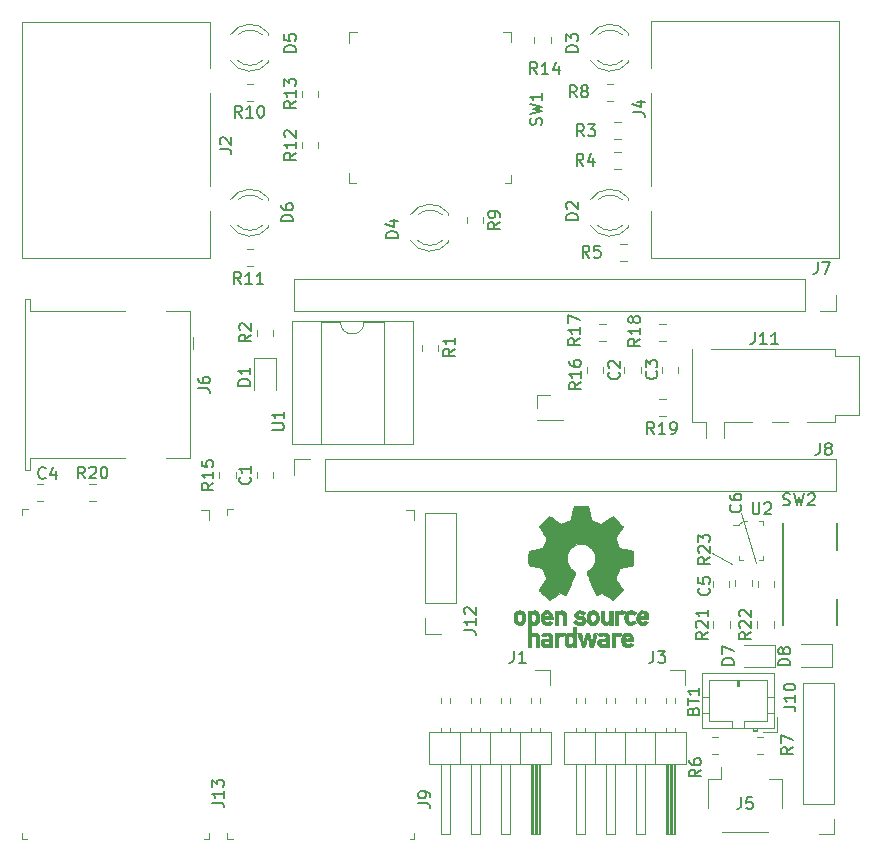
<source format=gbr>
G04 #@! TF.GenerationSoftware,KiCad,Pcbnew,(5.1.5)-3*
G04 #@! TF.CreationDate,2020-01-14T14:16:06+09:00*
G04 #@! TF.ProjectId,MOMI,4d4f4d49-2e6b-4696-9361-645f70636258,rev?*
G04 #@! TF.SameCoordinates,Original*
G04 #@! TF.FileFunction,Legend,Top*
G04 #@! TF.FilePolarity,Positive*
%FSLAX46Y46*%
G04 Gerber Fmt 4.6, Leading zero omitted, Abs format (unit mm)*
G04 Created by KiCad (PCBNEW (5.1.5)-3) date 2020-01-14 14:16:06*
%MOMM*%
%LPD*%
G04 APERTURE LIST*
%ADD10C,0.120000*%
%ADD11C,0.010000*%
%ADD12C,0.100000*%
%ADD13C,0.150000*%
G04 APERTURE END LIST*
D10*
X148209000Y-133350000D02*
X149479000Y-137604500D01*
X147510500Y-137731500D02*
X145796000Y-136779000D01*
X131020000Y-125520000D02*
X133140000Y-125520000D01*
X131020000Y-125460000D02*
X131020000Y-125520000D01*
X133140000Y-125460000D02*
X133140000Y-125520000D01*
X131020000Y-125460000D02*
X133140000Y-125460000D01*
X131020000Y-124460000D02*
X131020000Y-123400000D01*
X131020000Y-123400000D02*
X132080000Y-123400000D01*
D11*
G36*
X130903409Y-141657060D02*
G01*
X130955912Y-141682999D01*
X131020658Y-141728200D01*
X131067847Y-141777491D01*
X131100165Y-141839385D01*
X131120297Y-141922396D01*
X131130930Y-142035038D01*
X131134747Y-142185824D01*
X131134970Y-142250649D01*
X131134318Y-142392721D01*
X131131612Y-142494257D01*
X131125724Y-142564515D01*
X131115527Y-142612756D01*
X131099894Y-142648238D01*
X131083628Y-142672443D01*
X130979795Y-142775429D01*
X130857521Y-142837374D01*
X130725614Y-142856006D01*
X130592884Y-142829049D01*
X130550833Y-142809986D01*
X130450166Y-142757515D01*
X130450166Y-143579759D01*
X130523635Y-143541767D01*
X130620441Y-143512372D01*
X130739428Y-143504842D01*
X130858245Y-143518745D01*
X130947973Y-143549976D01*
X131022399Y-143609454D01*
X131085990Y-143694566D01*
X131090771Y-143703305D01*
X131110937Y-143744466D01*
X131125665Y-143785954D01*
X131135803Y-143836213D01*
X131142199Y-143903684D01*
X131145701Y-143996809D01*
X131147158Y-144124031D01*
X131147421Y-144267201D01*
X131147421Y-144723971D01*
X130873500Y-144723971D01*
X130873500Y-143881731D01*
X130796883Y-143817263D01*
X130717293Y-143765694D01*
X130641922Y-143756318D01*
X130566133Y-143780447D01*
X130525741Y-143804074D01*
X130495679Y-143837727D01*
X130474297Y-143888587D01*
X130459950Y-143963834D01*
X130450990Y-144070646D01*
X130445770Y-144216204D01*
X130443931Y-144313088D01*
X130437715Y-144711520D01*
X130306980Y-144719047D01*
X130176245Y-144726573D01*
X130176245Y-142254082D01*
X130450166Y-142254082D01*
X130457150Y-142391923D01*
X130480682Y-142487607D01*
X130524635Y-142547141D01*
X130592882Y-142576529D01*
X130661833Y-142582402D01*
X130739886Y-142575654D01*
X130791689Y-142549094D01*
X130824083Y-142513999D01*
X130849584Y-142476252D01*
X130864765Y-142434200D01*
X130871519Y-142375279D01*
X130871741Y-142286928D01*
X130869468Y-142212948D01*
X130864249Y-142101500D01*
X130856479Y-142028333D01*
X130843395Y-141981922D01*
X130822232Y-141950744D01*
X130802260Y-141932723D01*
X130718814Y-141893425D01*
X130620051Y-141887079D01*
X130563341Y-141900616D01*
X130507192Y-141948733D01*
X130469999Y-142042333D01*
X130451972Y-142180754D01*
X130450166Y-142254082D01*
X130176245Y-142254082D01*
X130176245Y-141636128D01*
X130313205Y-141636128D01*
X130395435Y-141639379D01*
X130437860Y-141650926D01*
X130450161Y-141673452D01*
X130450166Y-141674120D01*
X130455874Y-141696181D01*
X130481047Y-141693676D01*
X130531098Y-141669435D01*
X130647719Y-141632351D01*
X130778929Y-141628453D01*
X130903409Y-141657060D01*
G37*
X130903409Y-141657060D02*
X130955912Y-141682999D01*
X131020658Y-141728200D01*
X131067847Y-141777491D01*
X131100165Y-141839385D01*
X131120297Y-141922396D01*
X131130930Y-142035038D01*
X131134747Y-142185824D01*
X131134970Y-142250649D01*
X131134318Y-142392721D01*
X131131612Y-142494257D01*
X131125724Y-142564515D01*
X131115527Y-142612756D01*
X131099894Y-142648238D01*
X131083628Y-142672443D01*
X130979795Y-142775429D01*
X130857521Y-142837374D01*
X130725614Y-142856006D01*
X130592884Y-142829049D01*
X130550833Y-142809986D01*
X130450166Y-142757515D01*
X130450166Y-143579759D01*
X130523635Y-143541767D01*
X130620441Y-143512372D01*
X130739428Y-143504842D01*
X130858245Y-143518745D01*
X130947973Y-143549976D01*
X131022399Y-143609454D01*
X131085990Y-143694566D01*
X131090771Y-143703305D01*
X131110937Y-143744466D01*
X131125665Y-143785954D01*
X131135803Y-143836213D01*
X131142199Y-143903684D01*
X131145701Y-143996809D01*
X131147158Y-144124031D01*
X131147421Y-144267201D01*
X131147421Y-144723971D01*
X130873500Y-144723971D01*
X130873500Y-143881731D01*
X130796883Y-143817263D01*
X130717293Y-143765694D01*
X130641922Y-143756318D01*
X130566133Y-143780447D01*
X130525741Y-143804074D01*
X130495679Y-143837727D01*
X130474297Y-143888587D01*
X130459950Y-143963834D01*
X130450990Y-144070646D01*
X130445770Y-144216204D01*
X130443931Y-144313088D01*
X130437715Y-144711520D01*
X130306980Y-144719047D01*
X130176245Y-144726573D01*
X130176245Y-142254082D01*
X130450166Y-142254082D01*
X130457150Y-142391923D01*
X130480682Y-142487607D01*
X130524635Y-142547141D01*
X130592882Y-142576529D01*
X130661833Y-142582402D01*
X130739886Y-142575654D01*
X130791689Y-142549094D01*
X130824083Y-142513999D01*
X130849584Y-142476252D01*
X130864765Y-142434200D01*
X130871519Y-142375279D01*
X130871741Y-142286928D01*
X130869468Y-142212948D01*
X130864249Y-142101500D01*
X130856479Y-142028333D01*
X130843395Y-141981922D01*
X130822232Y-141950744D01*
X130802260Y-141932723D01*
X130718814Y-141893425D01*
X130620051Y-141887079D01*
X130563341Y-141900616D01*
X130507192Y-141948733D01*
X130469999Y-142042333D01*
X130451972Y-142180754D01*
X130450166Y-142254082D01*
X130176245Y-142254082D01*
X130176245Y-141636128D01*
X130313205Y-141636128D01*
X130395435Y-141639379D01*
X130437860Y-141650926D01*
X130450161Y-141673452D01*
X130450166Y-141674120D01*
X130455874Y-141696181D01*
X130481047Y-141693676D01*
X130531098Y-141669435D01*
X130647719Y-141632351D01*
X130778929Y-141628453D01*
X130903409Y-141657060D01*
G36*
X131942220Y-143513422D02*
G01*
X132059370Y-143544680D01*
X132148551Y-143601337D01*
X132211484Y-143675545D01*
X132231048Y-143707216D01*
X132245492Y-143740391D01*
X132255589Y-143782829D01*
X132262115Y-143842288D01*
X132265842Y-143926529D01*
X132267546Y-144043310D01*
X132268000Y-144200390D01*
X132268009Y-144242065D01*
X132268009Y-144723971D01*
X132148480Y-144723971D01*
X132072239Y-144718631D01*
X132015866Y-144705104D01*
X132001742Y-144696762D01*
X131963130Y-144682364D01*
X131923692Y-144696762D01*
X131858762Y-144714737D01*
X131764445Y-144721972D01*
X131659907Y-144718833D01*
X131564311Y-144705686D01*
X131508500Y-144688818D01*
X131400498Y-144619486D01*
X131333003Y-144523272D01*
X131302659Y-144395344D01*
X131302377Y-144392059D01*
X131305040Y-144335308D01*
X131545853Y-144335308D01*
X131566905Y-144399858D01*
X131601197Y-144436186D01*
X131670032Y-144463662D01*
X131760890Y-144474629D01*
X131853542Y-144469231D01*
X131927756Y-144447610D01*
X131948549Y-144433739D01*
X131984881Y-144369643D01*
X131994088Y-144296778D01*
X131994088Y-144201030D01*
X131856327Y-144201030D01*
X131725453Y-144211105D01*
X131626241Y-144239648D01*
X131564523Y-144284139D01*
X131545853Y-144335308D01*
X131305040Y-144335308D01*
X131308936Y-144252290D01*
X131355034Y-144141782D01*
X131441700Y-144058212D01*
X131453679Y-144050610D01*
X131505155Y-144025857D01*
X131568868Y-144010868D01*
X131657935Y-144003582D01*
X131763745Y-144001907D01*
X131994088Y-144001814D01*
X131994088Y-143905255D01*
X131984317Y-143830336D01*
X131959384Y-143780144D01*
X131956465Y-143777472D01*
X131900981Y-143755515D01*
X131817227Y-143747005D01*
X131724667Y-143751187D01*
X131642770Y-143767309D01*
X131594173Y-143791490D01*
X131567841Y-143810859D01*
X131540035Y-143814557D01*
X131501661Y-143798688D01*
X131443625Y-143759355D01*
X131356831Y-143692664D01*
X131348865Y-143686416D01*
X131352947Y-143663300D01*
X131387001Y-143624852D01*
X131438760Y-143582127D01*
X131495955Y-143546179D01*
X131513925Y-143537691D01*
X131579472Y-143520752D01*
X131675520Y-143508670D01*
X131782829Y-143503823D01*
X131787847Y-143503813D01*
X131942220Y-143513422D01*
G37*
X131942220Y-143513422D02*
X132059370Y-143544680D01*
X132148551Y-143601337D01*
X132211484Y-143675545D01*
X132231048Y-143707216D01*
X132245492Y-143740391D01*
X132255589Y-143782829D01*
X132262115Y-143842288D01*
X132265842Y-143926529D01*
X132267546Y-144043310D01*
X132268000Y-144200390D01*
X132268009Y-144242065D01*
X132268009Y-144723971D01*
X132148480Y-144723971D01*
X132072239Y-144718631D01*
X132015866Y-144705104D01*
X132001742Y-144696762D01*
X131963130Y-144682364D01*
X131923692Y-144696762D01*
X131858762Y-144714737D01*
X131764445Y-144721972D01*
X131659907Y-144718833D01*
X131564311Y-144705686D01*
X131508500Y-144688818D01*
X131400498Y-144619486D01*
X131333003Y-144523272D01*
X131302659Y-144395344D01*
X131302377Y-144392059D01*
X131305040Y-144335308D01*
X131545853Y-144335308D01*
X131566905Y-144399858D01*
X131601197Y-144436186D01*
X131670032Y-144463662D01*
X131760890Y-144474629D01*
X131853542Y-144469231D01*
X131927756Y-144447610D01*
X131948549Y-144433739D01*
X131984881Y-144369643D01*
X131994088Y-144296778D01*
X131994088Y-144201030D01*
X131856327Y-144201030D01*
X131725453Y-144211105D01*
X131626241Y-144239648D01*
X131564523Y-144284139D01*
X131545853Y-144335308D01*
X131305040Y-144335308D01*
X131308936Y-144252290D01*
X131355034Y-144141782D01*
X131441700Y-144058212D01*
X131453679Y-144050610D01*
X131505155Y-144025857D01*
X131568868Y-144010868D01*
X131657935Y-144003582D01*
X131763745Y-144001907D01*
X131994088Y-144001814D01*
X131994088Y-143905255D01*
X131984317Y-143830336D01*
X131959384Y-143780144D01*
X131956465Y-143777472D01*
X131900981Y-143755515D01*
X131817227Y-143747005D01*
X131724667Y-143751187D01*
X131642770Y-143767309D01*
X131594173Y-143791490D01*
X131567841Y-143810859D01*
X131540035Y-143814557D01*
X131501661Y-143798688D01*
X131443625Y-143759355D01*
X131356831Y-143692664D01*
X131348865Y-143686416D01*
X131352947Y-143663300D01*
X131387001Y-143624852D01*
X131438760Y-143582127D01*
X131495955Y-143546179D01*
X131513925Y-143537691D01*
X131579472Y-143520752D01*
X131675520Y-143508670D01*
X131782829Y-143503823D01*
X131787847Y-143503813D01*
X131942220Y-143513422D01*
G36*
X132716264Y-143506421D02*
G01*
X132753530Y-143517591D01*
X132765543Y-143542133D01*
X132766049Y-143553212D01*
X132768204Y-143584072D01*
X132783051Y-143588917D01*
X132823157Y-143567760D01*
X132846980Y-143553306D01*
X132922138Y-143522350D01*
X133011906Y-143507044D01*
X133106029Y-143505867D01*
X133194254Y-143517299D01*
X133266326Y-143539820D01*
X133311992Y-143571909D01*
X133320998Y-143612045D01*
X133316453Y-143622915D01*
X133283321Y-143668034D01*
X133231945Y-143723526D01*
X133222652Y-143732496D01*
X133173682Y-143773745D01*
X133131431Y-143787072D01*
X133072341Y-143777771D01*
X133048669Y-143771590D01*
X132975004Y-143756746D01*
X132923210Y-143763421D01*
X132879469Y-143786965D01*
X132839402Y-143818561D01*
X132809892Y-143858298D01*
X132789384Y-143913752D01*
X132776324Y-143992503D01*
X132769156Y-144102129D01*
X132766324Y-144250206D01*
X132766049Y-144339611D01*
X132766049Y-144723971D01*
X132517029Y-144723971D01*
X132517029Y-143503775D01*
X132641539Y-143503775D01*
X132716264Y-143506421D01*
G37*
X132716264Y-143506421D02*
X132753530Y-143517591D01*
X132765543Y-143542133D01*
X132766049Y-143553212D01*
X132768204Y-143584072D01*
X132783051Y-143588917D01*
X132823157Y-143567760D01*
X132846980Y-143553306D01*
X132922138Y-143522350D01*
X133011906Y-143507044D01*
X133106029Y-143505867D01*
X133194254Y-143517299D01*
X133266326Y-143539820D01*
X133311992Y-143571909D01*
X133320998Y-143612045D01*
X133316453Y-143622915D01*
X133283321Y-143668034D01*
X133231945Y-143723526D01*
X133222652Y-143732496D01*
X133173682Y-143773745D01*
X133131431Y-143787072D01*
X133072341Y-143777771D01*
X133048669Y-143771590D01*
X132975004Y-143756746D01*
X132923210Y-143763421D01*
X132879469Y-143786965D01*
X132839402Y-143818561D01*
X132809892Y-143858298D01*
X132789384Y-143913752D01*
X132776324Y-143992503D01*
X132769156Y-144102129D01*
X132766324Y-144250206D01*
X132766049Y-144339611D01*
X132766049Y-144723971D01*
X132517029Y-144723971D01*
X132517029Y-143503775D01*
X132641539Y-143503775D01*
X132716264Y-143506421D01*
G36*
X134285068Y-144723971D02*
G01*
X134148107Y-144723971D01*
X134068611Y-144721640D01*
X134027208Y-144711988D01*
X134012301Y-144691025D01*
X134011147Y-144676851D01*
X134008633Y-144648427D01*
X133992780Y-144642975D01*
X133951121Y-144660498D01*
X133918724Y-144676851D01*
X133794349Y-144715603D01*
X133659146Y-144717846D01*
X133549226Y-144688944D01*
X133446866Y-144619119D01*
X133368840Y-144516055D01*
X133326114Y-144394489D01*
X133325026Y-144387692D01*
X133318678Y-144313532D01*
X133315521Y-144207070D01*
X133315775Y-144126552D01*
X133587789Y-144126552D01*
X133594090Y-144233570D01*
X133608425Y-144321778D01*
X133627831Y-144371590D01*
X133701246Y-144439662D01*
X133788414Y-144464064D01*
X133878304Y-144444331D01*
X133955117Y-144385468D01*
X133984208Y-144345879D01*
X134001217Y-144298638D01*
X134009184Y-144229681D01*
X134011147Y-144126107D01*
X134007634Y-144023539D01*
X133998357Y-143933421D01*
X133985206Y-143873113D01*
X133983014Y-143867708D01*
X133929978Y-143803440D01*
X133852567Y-143768156D01*
X133765954Y-143762459D01*
X133685307Y-143786953D01*
X133625797Y-143842242D01*
X133619624Y-143853243D01*
X133600301Y-143920327D01*
X133589774Y-144016784D01*
X133587789Y-144126552D01*
X133315775Y-144126552D01*
X133315904Y-144085725D01*
X133317694Y-144020418D01*
X133329873Y-143858855D01*
X133355185Y-143737553D01*
X133397293Y-143647879D01*
X133459859Y-143581199D01*
X133520600Y-143542057D01*
X133605464Y-143514540D01*
X133711015Y-143505103D01*
X133819098Y-143512790D01*
X133911558Y-143536646D01*
X133960410Y-143565185D01*
X134011147Y-143611101D01*
X134011147Y-143030637D01*
X134285068Y-143030637D01*
X134285068Y-144723971D01*
G37*
X134285068Y-144723971D02*
X134148107Y-144723971D01*
X134068611Y-144721640D01*
X134027208Y-144711988D01*
X134012301Y-144691025D01*
X134011147Y-144676851D01*
X134008633Y-144648427D01*
X133992780Y-144642975D01*
X133951121Y-144660498D01*
X133918724Y-144676851D01*
X133794349Y-144715603D01*
X133659146Y-144717846D01*
X133549226Y-144688944D01*
X133446866Y-144619119D01*
X133368840Y-144516055D01*
X133326114Y-144394489D01*
X133325026Y-144387692D01*
X133318678Y-144313532D01*
X133315521Y-144207070D01*
X133315775Y-144126552D01*
X133587789Y-144126552D01*
X133594090Y-144233570D01*
X133608425Y-144321778D01*
X133627831Y-144371590D01*
X133701246Y-144439662D01*
X133788414Y-144464064D01*
X133878304Y-144444331D01*
X133955117Y-144385468D01*
X133984208Y-144345879D01*
X134001217Y-144298638D01*
X134009184Y-144229681D01*
X134011147Y-144126107D01*
X134007634Y-144023539D01*
X133998357Y-143933421D01*
X133985206Y-143873113D01*
X133983014Y-143867708D01*
X133929978Y-143803440D01*
X133852567Y-143768156D01*
X133765954Y-143762459D01*
X133685307Y-143786953D01*
X133625797Y-143842242D01*
X133619624Y-143853243D01*
X133600301Y-143920327D01*
X133589774Y-144016784D01*
X133587789Y-144126552D01*
X133315775Y-144126552D01*
X133315904Y-144085725D01*
X133317694Y-144020418D01*
X133329873Y-143858855D01*
X133355185Y-143737553D01*
X133397293Y-143647879D01*
X133459859Y-143581199D01*
X133520600Y-143542057D01*
X133605464Y-143514540D01*
X133711015Y-143505103D01*
X133819098Y-143512790D01*
X133911558Y-143536646D01*
X133960410Y-143565185D01*
X134011147Y-143611101D01*
X134011147Y-143030637D01*
X134285068Y-143030637D01*
X134285068Y-144723971D01*
G36*
X135241028Y-143508832D02*
G01*
X135339514Y-143516226D01*
X135468276Y-143902206D01*
X135597037Y-144288186D01*
X135637411Y-144151226D01*
X135661707Y-144066583D01*
X135693667Y-143952197D01*
X135728179Y-143826463D01*
X135746428Y-143759020D01*
X135815071Y-143503775D01*
X136098273Y-143503775D01*
X136013622Y-143771471D01*
X135971935Y-143903138D01*
X135921574Y-144061958D01*
X135868981Y-144227628D01*
X135822030Y-144375343D01*
X135715089Y-144711520D01*
X135484161Y-144726544D01*
X135421550Y-144519816D01*
X135382938Y-144391396D01*
X135340800Y-144249822D01*
X135303972Y-144124785D01*
X135302518Y-144119809D01*
X135275011Y-144035086D01*
X135250742Y-143977278D01*
X135233743Y-143955418D01*
X135230250Y-143957946D01*
X135217990Y-143991836D01*
X135194695Y-144064430D01*
X135163200Y-144166601D01*
X135126342Y-144289220D01*
X135106399Y-144356667D01*
X134998395Y-144723971D01*
X134769179Y-144723971D01*
X134585939Y-144145000D01*
X134534463Y-143982591D01*
X134487570Y-143835102D01*
X134447477Y-143709460D01*
X134416397Y-143612595D01*
X134396545Y-143551434D01*
X134390511Y-143533565D01*
X134395288Y-143515268D01*
X134432797Y-143507255D01*
X134510855Y-143508057D01*
X134523074Y-143508663D01*
X134667826Y-143516226D01*
X134762630Y-143864853D01*
X134797477Y-143991997D01*
X134828617Y-144103765D01*
X134853309Y-144190453D01*
X134868812Y-144242356D01*
X134871676Y-144250818D01*
X134883546Y-144241087D01*
X134907483Y-144190672D01*
X134940739Y-144106435D01*
X134980564Y-143995241D01*
X135014230Y-143894797D01*
X135142541Y-143501439D01*
X135241028Y-143508832D01*
G37*
X135241028Y-143508832D02*
X135339514Y-143516226D01*
X135468276Y-143902206D01*
X135597037Y-144288186D01*
X135637411Y-144151226D01*
X135661707Y-144066583D01*
X135693667Y-143952197D01*
X135728179Y-143826463D01*
X135746428Y-143759020D01*
X135815071Y-143503775D01*
X136098273Y-143503775D01*
X136013622Y-143771471D01*
X135971935Y-143903138D01*
X135921574Y-144061958D01*
X135868981Y-144227628D01*
X135822030Y-144375343D01*
X135715089Y-144711520D01*
X135484161Y-144726544D01*
X135421550Y-144519816D01*
X135382938Y-144391396D01*
X135340800Y-144249822D01*
X135303972Y-144124785D01*
X135302518Y-144119809D01*
X135275011Y-144035086D01*
X135250742Y-143977278D01*
X135233743Y-143955418D01*
X135230250Y-143957946D01*
X135217990Y-143991836D01*
X135194695Y-144064430D01*
X135163200Y-144166601D01*
X135126342Y-144289220D01*
X135106399Y-144356667D01*
X134998395Y-144723971D01*
X134769179Y-144723971D01*
X134585939Y-144145000D01*
X134534463Y-143982591D01*
X134487570Y-143835102D01*
X134447477Y-143709460D01*
X134416397Y-143612595D01*
X134396545Y-143551434D01*
X134390511Y-143533565D01*
X134395288Y-143515268D01*
X134432797Y-143507255D01*
X134510855Y-143508057D01*
X134523074Y-143508663D01*
X134667826Y-143516226D01*
X134762630Y-143864853D01*
X134797477Y-143991997D01*
X134828617Y-144103765D01*
X134853309Y-144190453D01*
X134868812Y-144242356D01*
X134871676Y-144250818D01*
X134883546Y-144241087D01*
X134907483Y-144190672D01*
X134940739Y-144106435D01*
X134980564Y-143995241D01*
X135014230Y-143894797D01*
X135142541Y-143501439D01*
X135241028Y-143508832D01*
G36*
X136739959Y-143511169D02*
G01*
X136844920Y-143536663D01*
X136875261Y-143550169D01*
X136934073Y-143585546D01*
X136979209Y-143625390D01*
X137012606Y-143676620D01*
X137036201Y-143746154D01*
X137051933Y-143840909D01*
X137061739Y-143967805D01*
X137067557Y-144133758D01*
X137069766Y-144244608D01*
X137077896Y-144723971D01*
X136939031Y-144723971D01*
X136854787Y-144720438D01*
X136811384Y-144708366D01*
X136800166Y-144688094D01*
X136794244Y-144666174D01*
X136767766Y-144670365D01*
X136731686Y-144687941D01*
X136641362Y-144714882D01*
X136525277Y-144722142D01*
X136403180Y-144710267D01*
X136294821Y-144679805D01*
X136285102Y-144675577D01*
X136186068Y-144606005D01*
X136120781Y-144509289D01*
X136090740Y-144396238D01*
X136093035Y-144355622D01*
X136338133Y-144355622D01*
X136359729Y-144410282D01*
X136423759Y-144449452D01*
X136527065Y-144470474D01*
X136582274Y-144473266D01*
X136674282Y-144466120D01*
X136735441Y-144438348D01*
X136750362Y-144425147D01*
X136790787Y-144353329D01*
X136800166Y-144288186D01*
X136800166Y-144201030D01*
X136678769Y-144201030D01*
X136537653Y-144208222D01*
X136438673Y-144230845D01*
X136376133Y-144270464D01*
X136362131Y-144288128D01*
X136338133Y-144355622D01*
X136093035Y-144355622D01*
X136097441Y-144277657D01*
X136142380Y-144164355D01*
X136203696Y-144087785D01*
X136240832Y-144054681D01*
X136277187Y-144032925D01*
X136324490Y-144019661D01*
X136394473Y-144012028D01*
X136498864Y-144007170D01*
X136540270Y-144005773D01*
X136800166Y-143997280D01*
X136799785Y-143918616D01*
X136789719Y-143835928D01*
X136753329Y-143785931D01*
X136679811Y-143753989D01*
X136677839Y-143753420D01*
X136573605Y-143740861D01*
X136471608Y-143757266D01*
X136395805Y-143797157D01*
X136365390Y-143816854D01*
X136332632Y-143814129D01*
X136282221Y-143785591D01*
X136252619Y-143765450D01*
X136194718Y-143722419D01*
X136158852Y-143690162D01*
X136153097Y-143680927D01*
X136176795Y-143633136D01*
X136246813Y-143576062D01*
X136277225Y-143556805D01*
X136364655Y-143523640D01*
X136482483Y-143504850D01*
X136613366Y-143500629D01*
X136739959Y-143511169D01*
G37*
X136739959Y-143511169D02*
X136844920Y-143536663D01*
X136875261Y-143550169D01*
X136934073Y-143585546D01*
X136979209Y-143625390D01*
X137012606Y-143676620D01*
X137036201Y-143746154D01*
X137051933Y-143840909D01*
X137061739Y-143967805D01*
X137067557Y-144133758D01*
X137069766Y-144244608D01*
X137077896Y-144723971D01*
X136939031Y-144723971D01*
X136854787Y-144720438D01*
X136811384Y-144708366D01*
X136800166Y-144688094D01*
X136794244Y-144666174D01*
X136767766Y-144670365D01*
X136731686Y-144687941D01*
X136641362Y-144714882D01*
X136525277Y-144722142D01*
X136403180Y-144710267D01*
X136294821Y-144679805D01*
X136285102Y-144675577D01*
X136186068Y-144606005D01*
X136120781Y-144509289D01*
X136090740Y-144396238D01*
X136093035Y-144355622D01*
X136338133Y-144355622D01*
X136359729Y-144410282D01*
X136423759Y-144449452D01*
X136527065Y-144470474D01*
X136582274Y-144473266D01*
X136674282Y-144466120D01*
X136735441Y-144438348D01*
X136750362Y-144425147D01*
X136790787Y-144353329D01*
X136800166Y-144288186D01*
X136800166Y-144201030D01*
X136678769Y-144201030D01*
X136537653Y-144208222D01*
X136438673Y-144230845D01*
X136376133Y-144270464D01*
X136362131Y-144288128D01*
X136338133Y-144355622D01*
X136093035Y-144355622D01*
X136097441Y-144277657D01*
X136142380Y-144164355D01*
X136203696Y-144087785D01*
X136240832Y-144054681D01*
X136277187Y-144032925D01*
X136324490Y-144019661D01*
X136394473Y-144012028D01*
X136498864Y-144007170D01*
X136540270Y-144005773D01*
X136800166Y-143997280D01*
X136799785Y-143918616D01*
X136789719Y-143835928D01*
X136753329Y-143785931D01*
X136679811Y-143753989D01*
X136677839Y-143753420D01*
X136573605Y-143740861D01*
X136471608Y-143757266D01*
X136395805Y-143797157D01*
X136365390Y-143816854D01*
X136332632Y-143814129D01*
X136282221Y-143785591D01*
X136252619Y-143765450D01*
X136194718Y-143722419D01*
X136158852Y-143690162D01*
X136153097Y-143680927D01*
X136176795Y-143633136D01*
X136246813Y-143576062D01*
X136277225Y-143556805D01*
X136364655Y-143523640D01*
X136482483Y-143504850D01*
X136613366Y-143500629D01*
X136739959Y-143511169D01*
G36*
X137921946Y-143503383D02*
G01*
X138017677Y-143522255D01*
X138072177Y-143550199D01*
X138129508Y-143596623D01*
X138047941Y-143699611D01*
X137997650Y-143761979D01*
X137963501Y-143792407D01*
X137929563Y-143797055D01*
X137879906Y-143782086D01*
X137856596Y-143773617D01*
X137761563Y-143761122D01*
X137674532Y-143787906D01*
X137610638Y-143848415D01*
X137600259Y-143867708D01*
X137588956Y-143918814D01*
X137580232Y-144013000D01*
X137574497Y-144143589D01*
X137572160Y-144303905D01*
X137572127Y-144326711D01*
X137572127Y-144723971D01*
X137298205Y-144723971D01*
X137298205Y-143503775D01*
X137435166Y-143503775D01*
X137514138Y-143505837D01*
X137555279Y-143515013D01*
X137570492Y-143535790D01*
X137572127Y-143555386D01*
X137572127Y-143606997D01*
X137637740Y-143555386D01*
X137712975Y-143520175D01*
X137814044Y-143502765D01*
X137921946Y-143503383D01*
G37*
X137921946Y-143503383D02*
X138017677Y-143522255D01*
X138072177Y-143550199D01*
X138129508Y-143596623D01*
X138047941Y-143699611D01*
X137997650Y-143761979D01*
X137963501Y-143792407D01*
X137929563Y-143797055D01*
X137879906Y-143782086D01*
X137856596Y-143773617D01*
X137761563Y-143761122D01*
X137674532Y-143787906D01*
X137610638Y-143848415D01*
X137600259Y-143867708D01*
X137588956Y-143918814D01*
X137580232Y-144013000D01*
X137574497Y-144143589D01*
X137572160Y-144303905D01*
X137572127Y-144326711D01*
X137572127Y-144723971D01*
X137298205Y-144723971D01*
X137298205Y-143503775D01*
X137435166Y-143503775D01*
X137514138Y-143505837D01*
X137555279Y-143515013D01*
X137570492Y-143535790D01*
X137572127Y-143555386D01*
X137572127Y-143606997D01*
X137637740Y-143555386D01*
X137712975Y-143520175D01*
X137814044Y-143502765D01*
X137921946Y-143503383D01*
G36*
X138708807Y-143510284D02*
G01*
X138827837Y-143541231D01*
X138927521Y-143605100D01*
X138975788Y-143652813D01*
X139054908Y-143765606D01*
X139100252Y-143896450D01*
X139115830Y-144057292D01*
X139115910Y-144070294D01*
X139116049Y-144201030D01*
X138363591Y-144201030D01*
X138379630Y-144269510D01*
X138408591Y-144331531D01*
X138459278Y-144396154D01*
X138469879Y-144406471D01*
X138560994Y-144462305D01*
X138664900Y-144471775D01*
X138784500Y-144435040D01*
X138804774Y-144425147D01*
X138866956Y-144395074D01*
X138908606Y-144377940D01*
X138915873Y-144376355D01*
X138941240Y-144391742D01*
X138989620Y-144429387D01*
X139014179Y-144449959D01*
X139065070Y-144497214D01*
X139081781Y-144528417D01*
X139070183Y-144557120D01*
X139063983Y-144564968D01*
X139021993Y-144599319D01*
X138952706Y-144641065D01*
X138904382Y-144665435D01*
X138767211Y-144708373D01*
X138615347Y-144722286D01*
X138471524Y-144705800D01*
X138431245Y-144693996D01*
X138306578Y-144627189D01*
X138214171Y-144524392D01*
X138153490Y-144384605D01*
X138123998Y-144206830D01*
X138120760Y-144113873D01*
X138130214Y-143978533D01*
X138368990Y-143978533D01*
X138392084Y-143988538D01*
X138454162Y-143996388D01*
X138544414Y-144001021D01*
X138605558Y-144001814D01*
X138715540Y-144001049D01*
X138784957Y-143997470D01*
X138823038Y-143989149D01*
X138839015Y-143974157D01*
X138842127Y-143952403D01*
X138820778Y-143885392D01*
X138767029Y-143819164D01*
X138696322Y-143768332D01*
X138625589Y-143747538D01*
X138529516Y-143765984D01*
X138446349Y-143819311D01*
X138388686Y-143896177D01*
X138368990Y-143978533D01*
X138130214Y-143978533D01*
X138134528Y-143916791D01*
X138177020Y-143759771D01*
X138249135Y-143641569D01*
X138351773Y-143560940D01*
X138485832Y-143516639D01*
X138558457Y-143508107D01*
X138708807Y-143510284D01*
G37*
X138708807Y-143510284D02*
X138827837Y-143541231D01*
X138927521Y-143605100D01*
X138975788Y-143652813D01*
X139054908Y-143765606D01*
X139100252Y-143896450D01*
X139115830Y-144057292D01*
X139115910Y-144070294D01*
X139116049Y-144201030D01*
X138363591Y-144201030D01*
X138379630Y-144269510D01*
X138408591Y-144331531D01*
X138459278Y-144396154D01*
X138469879Y-144406471D01*
X138560994Y-144462305D01*
X138664900Y-144471775D01*
X138784500Y-144435040D01*
X138804774Y-144425147D01*
X138866956Y-144395074D01*
X138908606Y-144377940D01*
X138915873Y-144376355D01*
X138941240Y-144391742D01*
X138989620Y-144429387D01*
X139014179Y-144449959D01*
X139065070Y-144497214D01*
X139081781Y-144528417D01*
X139070183Y-144557120D01*
X139063983Y-144564968D01*
X139021993Y-144599319D01*
X138952706Y-144641065D01*
X138904382Y-144665435D01*
X138767211Y-144708373D01*
X138615347Y-144722286D01*
X138471524Y-144705800D01*
X138431245Y-144693996D01*
X138306578Y-144627189D01*
X138214171Y-144524392D01*
X138153490Y-144384605D01*
X138123998Y-144206830D01*
X138120760Y-144113873D01*
X138130214Y-143978533D01*
X138368990Y-143978533D01*
X138392084Y-143988538D01*
X138454162Y-143996388D01*
X138544414Y-144001021D01*
X138605558Y-144001814D01*
X138715540Y-144001049D01*
X138784957Y-143997470D01*
X138823038Y-143989149D01*
X138839015Y-143974157D01*
X138842127Y-143952403D01*
X138820778Y-143885392D01*
X138767029Y-143819164D01*
X138696322Y-143768332D01*
X138625589Y-143747538D01*
X138529516Y-143765984D01*
X138446349Y-143819311D01*
X138388686Y-143896177D01*
X138368990Y-143978533D01*
X138130214Y-143978533D01*
X138134528Y-143916791D01*
X138177020Y-143759771D01*
X138249135Y-143641569D01*
X138351773Y-143560940D01*
X138485832Y-143516639D01*
X138558457Y-143508107D01*
X138708807Y-143510284D01*
G36*
X129656747Y-141649068D02*
G01*
X129787022Y-141706663D01*
X129885919Y-141802834D01*
X129953582Y-141937729D01*
X129990155Y-142111496D01*
X129992776Y-142138626D01*
X129994830Y-142329908D01*
X129968199Y-142497573D01*
X129914501Y-142633467D01*
X129885747Y-142677181D01*
X129785591Y-142769698D01*
X129658037Y-142829619D01*
X129515337Y-142854485D01*
X129369740Y-142841839D01*
X129259062Y-142802891D01*
X129163884Y-142737255D01*
X129086094Y-142651199D01*
X129084749Y-142649185D01*
X129053157Y-142596070D01*
X129032627Y-142542660D01*
X129020195Y-142475254D01*
X129012897Y-142380153D01*
X129009682Y-142302166D01*
X129008344Y-142231444D01*
X129257314Y-142231444D01*
X129259747Y-142301848D01*
X129268580Y-142395568D01*
X129284164Y-142455714D01*
X129312266Y-142498506D01*
X129338586Y-142523502D01*
X129431892Y-142575838D01*
X129529520Y-142582833D01*
X129620442Y-142545176D01*
X129665902Y-142502979D01*
X129698662Y-142460456D01*
X129717823Y-142419767D01*
X129726233Y-142366814D01*
X129726737Y-142287497D01*
X129724145Y-142214450D01*
X129718571Y-142110101D01*
X129709734Y-142042420D01*
X129693807Y-141998274D01*
X129666962Y-141964531D01*
X129645689Y-141945246D01*
X129556706Y-141894586D01*
X129460711Y-141892060D01*
X129380219Y-141922067D01*
X129311553Y-141984731D01*
X129270644Y-142087668D01*
X129257314Y-142231444D01*
X129008344Y-142231444D01*
X129006746Y-142147082D01*
X129011760Y-142031100D01*
X129026783Y-141943867D01*
X129053876Y-141875030D01*
X129095100Y-141814237D01*
X129110385Y-141796186D01*
X129205954Y-141706246D01*
X129308461Y-141653711D01*
X129433821Y-141631701D01*
X129494950Y-141629902D01*
X129656747Y-141649068D01*
G37*
X129656747Y-141649068D02*
X129787022Y-141706663D01*
X129885919Y-141802834D01*
X129953582Y-141937729D01*
X129990155Y-142111496D01*
X129992776Y-142138626D01*
X129994830Y-142329908D01*
X129968199Y-142497573D01*
X129914501Y-142633467D01*
X129885747Y-142677181D01*
X129785591Y-142769698D01*
X129658037Y-142829619D01*
X129515337Y-142854485D01*
X129369740Y-142841839D01*
X129259062Y-142802891D01*
X129163884Y-142737255D01*
X129086094Y-142651199D01*
X129084749Y-142649185D01*
X129053157Y-142596070D01*
X129032627Y-142542660D01*
X129020195Y-142475254D01*
X129012897Y-142380153D01*
X129009682Y-142302166D01*
X129008344Y-142231444D01*
X129257314Y-142231444D01*
X129259747Y-142301848D01*
X129268580Y-142395568D01*
X129284164Y-142455714D01*
X129312266Y-142498506D01*
X129338586Y-142523502D01*
X129431892Y-142575838D01*
X129529520Y-142582833D01*
X129620442Y-142545176D01*
X129665902Y-142502979D01*
X129698662Y-142460456D01*
X129717823Y-142419767D01*
X129726233Y-142366814D01*
X129726737Y-142287497D01*
X129724145Y-142214450D01*
X129718571Y-142110101D01*
X129709734Y-142042420D01*
X129693807Y-141998274D01*
X129666962Y-141964531D01*
X129645689Y-141945246D01*
X129556706Y-141894586D01*
X129460711Y-141892060D01*
X129380219Y-141922067D01*
X129311553Y-141984731D01*
X129270644Y-142087668D01*
X129257314Y-142231444D01*
X129008344Y-142231444D01*
X129006746Y-142147082D01*
X129011760Y-142031100D01*
X129026783Y-141943867D01*
X129053876Y-141875030D01*
X129095100Y-141814237D01*
X129110385Y-141796186D01*
X129205954Y-141706246D01*
X129308461Y-141653711D01*
X129433821Y-141631701D01*
X129494950Y-141629902D01*
X129656747Y-141649068D01*
G36*
X131996704Y-141663854D02*
G01*
X132021519Y-141675537D01*
X132107406Y-141738451D01*
X132188621Y-141830269D01*
X132249264Y-141931368D01*
X132266512Y-141977849D01*
X132282249Y-142060876D01*
X132291633Y-142161213D01*
X132292772Y-142202647D01*
X132292911Y-142333382D01*
X131540453Y-142333382D01*
X131556493Y-142401863D01*
X131595863Y-142482855D01*
X131664694Y-142552851D01*
X131746581Y-142597941D01*
X131798763Y-142607304D01*
X131869529Y-142595941D01*
X131953960Y-142567443D01*
X131982642Y-142554331D01*
X132088709Y-142501358D01*
X132179228Y-142570401D01*
X132231461Y-142617097D01*
X132259253Y-142655640D01*
X132260660Y-142666952D01*
X132235832Y-142694368D01*
X132181417Y-142736032D01*
X132132028Y-142768537D01*
X131998752Y-142826968D01*
X131849339Y-142853415D01*
X131701251Y-142846539D01*
X131583205Y-142810596D01*
X131461518Y-142733601D01*
X131375040Y-142632228D01*
X131320941Y-142501070D01*
X131296391Y-142334724D01*
X131294214Y-142258608D01*
X131302927Y-142084185D01*
X131303997Y-142079111D01*
X131553327Y-142079111D01*
X131560194Y-142095468D01*
X131588417Y-142104488D01*
X131646627Y-142108354D01*
X131743458Y-142109249D01*
X131780743Y-142109265D01*
X131894183Y-142107913D01*
X131966122Y-142103005D01*
X132004813Y-142093260D01*
X132018505Y-142077399D01*
X132018990Y-142072305D01*
X132003363Y-142031826D01*
X131964253Y-141975121D01*
X131947439Y-141955266D01*
X131885019Y-141899111D01*
X131819953Y-141877032D01*
X131784897Y-141875186D01*
X131690058Y-141898266D01*
X131610527Y-141960259D01*
X131560077Y-142050302D01*
X131559183Y-142053235D01*
X131553327Y-142079111D01*
X131303997Y-142079111D01*
X131331899Y-141946843D01*
X131384090Y-141836961D01*
X131447921Y-141758961D01*
X131565933Y-141674382D01*
X131704658Y-141629186D01*
X131852210Y-141625100D01*
X131996704Y-141663854D01*
G37*
X131996704Y-141663854D02*
X132021519Y-141675537D01*
X132107406Y-141738451D01*
X132188621Y-141830269D01*
X132249264Y-141931368D01*
X132266512Y-141977849D01*
X132282249Y-142060876D01*
X132291633Y-142161213D01*
X132292772Y-142202647D01*
X132292911Y-142333382D01*
X131540453Y-142333382D01*
X131556493Y-142401863D01*
X131595863Y-142482855D01*
X131664694Y-142552851D01*
X131746581Y-142597941D01*
X131798763Y-142607304D01*
X131869529Y-142595941D01*
X131953960Y-142567443D01*
X131982642Y-142554331D01*
X132088709Y-142501358D01*
X132179228Y-142570401D01*
X132231461Y-142617097D01*
X132259253Y-142655640D01*
X132260660Y-142666952D01*
X132235832Y-142694368D01*
X132181417Y-142736032D01*
X132132028Y-142768537D01*
X131998752Y-142826968D01*
X131849339Y-142853415D01*
X131701251Y-142846539D01*
X131583205Y-142810596D01*
X131461518Y-142733601D01*
X131375040Y-142632228D01*
X131320941Y-142501070D01*
X131296391Y-142334724D01*
X131294214Y-142258608D01*
X131302927Y-142084185D01*
X131303997Y-142079111D01*
X131553327Y-142079111D01*
X131560194Y-142095468D01*
X131588417Y-142104488D01*
X131646627Y-142108354D01*
X131743458Y-142109249D01*
X131780743Y-142109265D01*
X131894183Y-142107913D01*
X131966122Y-142103005D01*
X132004813Y-142093260D01*
X132018505Y-142077399D01*
X132018990Y-142072305D01*
X132003363Y-142031826D01*
X131964253Y-141975121D01*
X131947439Y-141955266D01*
X131885019Y-141899111D01*
X131819953Y-141877032D01*
X131784897Y-141875186D01*
X131690058Y-141898266D01*
X131610527Y-141960259D01*
X131560077Y-142050302D01*
X131559183Y-142053235D01*
X131553327Y-142079111D01*
X131303997Y-142079111D01*
X131331899Y-141946843D01*
X131384090Y-141836961D01*
X131447921Y-141758961D01*
X131565933Y-141674382D01*
X131704658Y-141629186D01*
X131852210Y-141625100D01*
X131996704Y-141663854D01*
G36*
X134711259Y-141631845D02*
G01*
X134805559Y-141649729D01*
X134903390Y-141687133D01*
X134913843Y-141691902D01*
X134988031Y-141730912D01*
X135039410Y-141767164D01*
X135056017Y-141790387D01*
X135040202Y-141828261D01*
X135001788Y-141884144D01*
X134984737Y-141905005D01*
X134914469Y-141987118D01*
X134823879Y-141933668D01*
X134737664Y-141898061D01*
X134638049Y-141879029D01*
X134542519Y-141877826D01*
X134468561Y-141895710D01*
X134450812Y-141906873D01*
X134417012Y-141958053D01*
X134412904Y-142017009D01*
X134438196Y-142063067D01*
X134453156Y-142071999D01*
X134497986Y-142083092D01*
X134576786Y-142096130D01*
X134673926Y-142108588D01*
X134691846Y-142110542D01*
X134847865Y-142137530D01*
X134961023Y-142183373D01*
X135036069Y-142252303D01*
X135077753Y-142348554D01*
X135090738Y-142466117D01*
X135072799Y-142599754D01*
X135014550Y-142704695D01*
X134915755Y-142781130D01*
X134776182Y-142829248D01*
X134621245Y-142848232D01*
X134494898Y-142848004D01*
X134392413Y-142830762D01*
X134322421Y-142806957D01*
X134233983Y-142765478D01*
X134152254Y-142717342D01*
X134123205Y-142696155D01*
X134048500Y-142635176D01*
X134138598Y-142544008D01*
X134228696Y-142452839D01*
X134331132Y-142520628D01*
X134433874Y-142571542D01*
X134543587Y-142598173D01*
X134649051Y-142600983D01*
X134739046Y-142580435D01*
X134802354Y-142536993D01*
X134822796Y-142500338D01*
X134819729Y-142441553D01*
X134768934Y-142396599D01*
X134670548Y-142365557D01*
X134562756Y-142351210D01*
X134396865Y-142323837D01*
X134273624Y-142272193D01*
X134191386Y-142194766D01*
X134148501Y-142090044D01*
X134142560Y-141965887D01*
X134171906Y-141836202D01*
X134238809Y-141738177D01*
X134343871Y-141671366D01*
X134487690Y-141635320D01*
X134594238Y-141628254D01*
X134711259Y-141631845D01*
G37*
X134711259Y-141631845D02*
X134805559Y-141649729D01*
X134903390Y-141687133D01*
X134913843Y-141691902D01*
X134988031Y-141730912D01*
X135039410Y-141767164D01*
X135056017Y-141790387D01*
X135040202Y-141828261D01*
X135001788Y-141884144D01*
X134984737Y-141905005D01*
X134914469Y-141987118D01*
X134823879Y-141933668D01*
X134737664Y-141898061D01*
X134638049Y-141879029D01*
X134542519Y-141877826D01*
X134468561Y-141895710D01*
X134450812Y-141906873D01*
X134417012Y-141958053D01*
X134412904Y-142017009D01*
X134438196Y-142063067D01*
X134453156Y-142071999D01*
X134497986Y-142083092D01*
X134576786Y-142096130D01*
X134673926Y-142108588D01*
X134691846Y-142110542D01*
X134847865Y-142137530D01*
X134961023Y-142183373D01*
X135036069Y-142252303D01*
X135077753Y-142348554D01*
X135090738Y-142466117D01*
X135072799Y-142599754D01*
X135014550Y-142704695D01*
X134915755Y-142781130D01*
X134776182Y-142829248D01*
X134621245Y-142848232D01*
X134494898Y-142848004D01*
X134392413Y-142830762D01*
X134322421Y-142806957D01*
X134233983Y-142765478D01*
X134152254Y-142717342D01*
X134123205Y-142696155D01*
X134048500Y-142635176D01*
X134138598Y-142544008D01*
X134228696Y-142452839D01*
X134331132Y-142520628D01*
X134433874Y-142571542D01*
X134543587Y-142598173D01*
X134649051Y-142600983D01*
X134739046Y-142580435D01*
X134802354Y-142536993D01*
X134822796Y-142500338D01*
X134819729Y-142441553D01*
X134768934Y-142396599D01*
X134670548Y-142365557D01*
X134562756Y-142351210D01*
X134396865Y-142323837D01*
X134273624Y-142272193D01*
X134191386Y-142194766D01*
X134148501Y-142090044D01*
X134142560Y-141965887D01*
X134171906Y-141836202D01*
X134238809Y-141738177D01*
X134343871Y-141671366D01*
X134487690Y-141635320D01*
X134594238Y-141628254D01*
X134711259Y-141631845D01*
G36*
X135893047Y-141650864D02*
G01*
X136019002Y-141719459D01*
X136117547Y-141827745D01*
X136163978Y-141915815D01*
X136183912Y-141993601D01*
X136196828Y-142104493D01*
X136202363Y-142232238D01*
X136200154Y-142360584D01*
X136189837Y-142473279D01*
X136177786Y-142533469D01*
X136137134Y-142615811D01*
X136066730Y-142703270D01*
X135981882Y-142779751D01*
X135897897Y-142829155D01*
X135895849Y-142829939D01*
X135791634Y-142851527D01*
X135668127Y-142852062D01*
X135550761Y-142832408D01*
X135505442Y-142816655D01*
X135388720Y-142750466D01*
X135305124Y-142663746D01*
X135250201Y-142548938D01*
X135219495Y-142398482D01*
X135212547Y-142319673D01*
X135213433Y-142220645D01*
X135480362Y-142220645D01*
X135489354Y-142365145D01*
X135515236Y-142475260D01*
X135556368Y-142545616D01*
X135585672Y-142565735D01*
X135660751Y-142579765D01*
X135749994Y-142575611D01*
X135827150Y-142555422D01*
X135847383Y-142544315D01*
X135900765Y-142479623D01*
X135936000Y-142380619D01*
X135950998Y-142260132D01*
X135943672Y-142130994D01*
X135927299Y-142053275D01*
X135880290Y-141963271D01*
X135806082Y-141907009D01*
X135716709Y-141887557D01*
X135624207Y-141907981D01*
X135553153Y-141957937D01*
X135515812Y-141999155D01*
X135494018Y-142039781D01*
X135483630Y-142094764D01*
X135480506Y-142179049D01*
X135480362Y-142220645D01*
X135213433Y-142220645D01*
X135214430Y-142109374D01*
X135248680Y-141936923D01*
X135315302Y-141802314D01*
X135414299Y-141705540D01*
X135545675Y-141646594D01*
X135573885Y-141639759D01*
X135743426Y-141623713D01*
X135893047Y-141650864D01*
G37*
X135893047Y-141650864D02*
X136019002Y-141719459D01*
X136117547Y-141827745D01*
X136163978Y-141915815D01*
X136183912Y-141993601D01*
X136196828Y-142104493D01*
X136202363Y-142232238D01*
X136200154Y-142360584D01*
X136189837Y-142473279D01*
X136177786Y-142533469D01*
X136137134Y-142615811D01*
X136066730Y-142703270D01*
X135981882Y-142779751D01*
X135897897Y-142829155D01*
X135895849Y-142829939D01*
X135791634Y-142851527D01*
X135668127Y-142852062D01*
X135550761Y-142832408D01*
X135505442Y-142816655D01*
X135388720Y-142750466D01*
X135305124Y-142663746D01*
X135250201Y-142548938D01*
X135219495Y-142398482D01*
X135212547Y-142319673D01*
X135213433Y-142220645D01*
X135480362Y-142220645D01*
X135489354Y-142365145D01*
X135515236Y-142475260D01*
X135556368Y-142545616D01*
X135585672Y-142565735D01*
X135660751Y-142579765D01*
X135749994Y-142575611D01*
X135827150Y-142555422D01*
X135847383Y-142544315D01*
X135900765Y-142479623D01*
X135936000Y-142380619D01*
X135950998Y-142260132D01*
X135943672Y-142130994D01*
X135927299Y-142053275D01*
X135880290Y-141963271D01*
X135806082Y-141907009D01*
X135716709Y-141887557D01*
X135624207Y-141907981D01*
X135553153Y-141957937D01*
X135515812Y-141999155D01*
X135494018Y-142039781D01*
X135483630Y-142094764D01*
X135480506Y-142179049D01*
X135480362Y-142220645D01*
X135213433Y-142220645D01*
X135214430Y-142109374D01*
X135248680Y-141936923D01*
X135315302Y-141802314D01*
X135414299Y-141705540D01*
X135545675Y-141646594D01*
X135573885Y-141639759D01*
X135743426Y-141623713D01*
X135893047Y-141650864D01*
G36*
X136650754Y-142023745D02*
G01*
X136653108Y-142206379D01*
X136661707Y-142345100D01*
X136678860Y-142445647D01*
X136706874Y-142513754D01*
X136748057Y-142555159D01*
X136804717Y-142575597D01*
X136874872Y-142580818D01*
X136948348Y-142574968D01*
X137004157Y-142553593D01*
X137044609Y-142510958D01*
X137072009Y-142441325D01*
X137088667Y-142338960D01*
X137096889Y-142198124D01*
X137098990Y-142023745D01*
X137098990Y-141636128D01*
X137372911Y-141636128D01*
X137372911Y-142831422D01*
X137235951Y-142831422D01*
X137153384Y-142828076D01*
X137110868Y-142816326D01*
X137098990Y-142794020D01*
X137091836Y-142774154D01*
X137063365Y-142778357D01*
X137005976Y-142806471D01*
X136874445Y-142849842D01*
X136734938Y-142846770D01*
X136601265Y-142799674D01*
X136537608Y-142762471D01*
X136489053Y-142722191D01*
X136453581Y-142671791D01*
X136429174Y-142604229D01*
X136413813Y-142512465D01*
X136405482Y-142389455D01*
X136402162Y-142228159D01*
X136401735Y-142103428D01*
X136401735Y-141636128D01*
X136650754Y-141636128D01*
X136650754Y-142023745D01*
G37*
X136650754Y-142023745D02*
X136653108Y-142206379D01*
X136661707Y-142345100D01*
X136678860Y-142445647D01*
X136706874Y-142513754D01*
X136748057Y-142555159D01*
X136804717Y-142575597D01*
X136874872Y-142580818D01*
X136948348Y-142574968D01*
X137004157Y-142553593D01*
X137044609Y-142510958D01*
X137072009Y-142441325D01*
X137088667Y-142338960D01*
X137096889Y-142198124D01*
X137098990Y-142023745D01*
X137098990Y-141636128D01*
X137372911Y-141636128D01*
X137372911Y-142831422D01*
X137235951Y-142831422D01*
X137153384Y-142828076D01*
X137110868Y-142816326D01*
X137098990Y-142794020D01*
X137091836Y-142774154D01*
X137063365Y-142778357D01*
X137005976Y-142806471D01*
X136874445Y-142849842D01*
X136734938Y-142846770D01*
X136601265Y-142799674D01*
X136537608Y-142762471D01*
X136489053Y-142722191D01*
X136453581Y-142671791D01*
X136429174Y-142604229D01*
X136413813Y-142512465D01*
X136405482Y-142389455D01*
X136402162Y-142228159D01*
X136401735Y-142103428D01*
X136401735Y-141636128D01*
X136650754Y-141636128D01*
X136650754Y-142023745D01*
G36*
X139074476Y-141646556D02*
G01*
X139218756Y-141707848D01*
X139264199Y-141737685D01*
X139322279Y-141783536D01*
X139358738Y-141819589D01*
X139365068Y-141831332D01*
X139347193Y-141857389D01*
X139301450Y-141901605D01*
X139264828Y-141932465D01*
X139164588Y-142013020D01*
X139085435Y-141946418D01*
X139024269Y-141903421D01*
X138964629Y-141888579D01*
X138896372Y-141892204D01*
X138787982Y-141919152D01*
X138713372Y-141975087D01*
X138668030Y-142065514D01*
X138647447Y-142195935D01*
X138647442Y-142196017D01*
X138649222Y-142341790D01*
X138676887Y-142448745D01*
X138732071Y-142521564D01*
X138769692Y-142546223D01*
X138869605Y-142576931D01*
X138976322Y-142576949D01*
X139069169Y-142547155D01*
X139091147Y-142532598D01*
X139146265Y-142495414D01*
X139189359Y-142489320D01*
X139235835Y-142516996D01*
X139287216Y-142566705D01*
X139368546Y-142650616D01*
X139278249Y-142725046D01*
X139138736Y-142809049D01*
X138981412Y-142850447D01*
X138817003Y-142847450D01*
X138709031Y-142820000D01*
X138582831Y-142752120D01*
X138481901Y-142645331D01*
X138436048Y-142569951D01*
X138398910Y-142461797D01*
X138380327Y-142324818D01*
X138380184Y-142176364D01*
X138398365Y-142033781D01*
X138434755Y-141914418D01*
X138440487Y-141902180D01*
X138525365Y-141782155D01*
X138640282Y-141694767D01*
X138776159Y-141641829D01*
X138923917Y-141625154D01*
X139074476Y-141646556D01*
G37*
X139074476Y-141646556D02*
X139218756Y-141707848D01*
X139264199Y-141737685D01*
X139322279Y-141783536D01*
X139358738Y-141819589D01*
X139365068Y-141831332D01*
X139347193Y-141857389D01*
X139301450Y-141901605D01*
X139264828Y-141932465D01*
X139164588Y-142013020D01*
X139085435Y-141946418D01*
X139024269Y-141903421D01*
X138964629Y-141888579D01*
X138896372Y-141892204D01*
X138787982Y-141919152D01*
X138713372Y-141975087D01*
X138668030Y-142065514D01*
X138647447Y-142195935D01*
X138647442Y-142196017D01*
X138649222Y-142341790D01*
X138676887Y-142448745D01*
X138732071Y-142521564D01*
X138769692Y-142546223D01*
X138869605Y-142576931D01*
X138976322Y-142576949D01*
X139069169Y-142547155D01*
X139091147Y-142532598D01*
X139146265Y-142495414D01*
X139189359Y-142489320D01*
X139235835Y-142516996D01*
X139287216Y-142566705D01*
X139368546Y-142650616D01*
X139278249Y-142725046D01*
X139138736Y-142809049D01*
X138981412Y-142850447D01*
X138817003Y-142847450D01*
X138709031Y-142820000D01*
X138582831Y-142752120D01*
X138481901Y-142645331D01*
X138436048Y-142569951D01*
X138398910Y-142461797D01*
X138380327Y-142324818D01*
X138380184Y-142176364D01*
X138398365Y-142033781D01*
X138434755Y-141914418D01*
X138440487Y-141902180D01*
X138525365Y-141782155D01*
X138640282Y-141694767D01*
X138776159Y-141641829D01*
X138923917Y-141625154D01*
X139074476Y-141646556D01*
G36*
X139986787Y-141631855D02*
G01*
X140050551Y-141647345D01*
X140172800Y-141704069D01*
X140277334Y-141790702D01*
X140349680Y-141894574D01*
X140359619Y-141917896D01*
X140373254Y-141978984D01*
X140382798Y-142069353D01*
X140386049Y-142160690D01*
X140386049Y-142333382D01*
X140024970Y-142333382D01*
X139876046Y-142333945D01*
X139771132Y-142337364D01*
X139704437Y-142346231D01*
X139670166Y-142363141D01*
X139662528Y-142390689D01*
X139675729Y-142431468D01*
X139699377Y-142479183D01*
X139765343Y-142558814D01*
X139857012Y-142598487D01*
X139969055Y-142597195D01*
X140095972Y-142554014D01*
X140205658Y-142500724D01*
X140296673Y-142572691D01*
X140387688Y-142644657D01*
X140302063Y-142723769D01*
X140187750Y-142798517D01*
X140047166Y-142843584D01*
X139895949Y-142856196D01*
X139749736Y-142833579D01*
X139726147Y-142825905D01*
X139597641Y-142758796D01*
X139502051Y-142658747D01*
X139437361Y-142522771D01*
X139401557Y-142347880D01*
X139401140Y-142344132D01*
X139397934Y-142153532D01*
X139410893Y-142085535D01*
X139663892Y-142085535D01*
X139687127Y-142095991D01*
X139750210Y-142104000D01*
X139843206Y-142108573D01*
X139902138Y-142109265D01*
X140012037Y-142108832D01*
X140080752Y-142106078D01*
X140116905Y-142098821D01*
X140129115Y-142084876D01*
X140126004Y-142062062D01*
X140123394Y-142053235D01*
X140078844Y-141970300D01*
X140008779Y-141903460D01*
X139946946Y-141874089D01*
X139864801Y-141875862D01*
X139781562Y-141912490D01*
X139711738Y-141973134D01*
X139669837Y-142046956D01*
X139663892Y-142085535D01*
X139410893Y-142085535D01*
X139429885Y-141985895D01*
X139493273Y-141845211D01*
X139584378Y-141735474D01*
X139699478Y-141660674D01*
X139834855Y-141624804D01*
X139986787Y-141631855D01*
G37*
X139986787Y-141631855D02*
X140050551Y-141647345D01*
X140172800Y-141704069D01*
X140277334Y-141790702D01*
X140349680Y-141894574D01*
X140359619Y-141917896D01*
X140373254Y-141978984D01*
X140382798Y-142069353D01*
X140386049Y-142160690D01*
X140386049Y-142333382D01*
X140024970Y-142333382D01*
X139876046Y-142333945D01*
X139771132Y-142337364D01*
X139704437Y-142346231D01*
X139670166Y-142363141D01*
X139662528Y-142390689D01*
X139675729Y-142431468D01*
X139699377Y-142479183D01*
X139765343Y-142558814D01*
X139857012Y-142598487D01*
X139969055Y-142597195D01*
X140095972Y-142554014D01*
X140205658Y-142500724D01*
X140296673Y-142572691D01*
X140387688Y-142644657D01*
X140302063Y-142723769D01*
X140187750Y-142798517D01*
X140047166Y-142843584D01*
X139895949Y-142856196D01*
X139749736Y-142833579D01*
X139726147Y-142825905D01*
X139597641Y-142758796D01*
X139502051Y-142658747D01*
X139437361Y-142522771D01*
X139401557Y-142347880D01*
X139401140Y-142344132D01*
X139397934Y-142153532D01*
X139410893Y-142085535D01*
X139663892Y-142085535D01*
X139687127Y-142095991D01*
X139750210Y-142104000D01*
X139843206Y-142108573D01*
X139902138Y-142109265D01*
X140012037Y-142108832D01*
X140080752Y-142106078D01*
X140116905Y-142098821D01*
X140129115Y-142084876D01*
X140126004Y-142062062D01*
X140123394Y-142053235D01*
X140078844Y-141970300D01*
X140008779Y-141903460D01*
X139946946Y-141874089D01*
X139864801Y-141875862D01*
X139781562Y-141912490D01*
X139711738Y-141973134D01*
X139669837Y-142046956D01*
X139663892Y-142085535D01*
X139410893Y-142085535D01*
X139429885Y-141985895D01*
X139493273Y-141845211D01*
X139584378Y-141735474D01*
X139699478Y-141660674D01*
X139834855Y-141624804D01*
X139986787Y-141631855D01*
G36*
X133190260Y-141656699D02*
G01*
X133252236Y-141686302D01*
X133312259Y-141729061D01*
X133357986Y-141778275D01*
X133391293Y-141841044D01*
X133414055Y-141924471D01*
X133428147Y-142035659D01*
X133435442Y-142181709D01*
X133437818Y-142369723D01*
X133437855Y-142389412D01*
X133438402Y-142831422D01*
X133164480Y-142831422D01*
X133164480Y-142423935D01*
X133164285Y-142272971D01*
X133162936Y-142163556D01*
X133159288Y-142087433D01*
X133152196Y-142036348D01*
X133140513Y-142002045D01*
X133123094Y-141976268D01*
X133098829Y-141950798D01*
X133013935Y-141896071D01*
X132921261Y-141885916D01*
X132832973Y-141920517D01*
X132802270Y-141946270D01*
X132779729Y-141970482D01*
X132763546Y-141996412D01*
X132752668Y-142032208D01*
X132746042Y-142086019D01*
X132742615Y-142165993D01*
X132741334Y-142280279D01*
X132741147Y-142419407D01*
X132741147Y-142831422D01*
X132467225Y-142831422D01*
X132467225Y-141636128D01*
X132604186Y-141636128D01*
X132686416Y-141639379D01*
X132728840Y-141650926D01*
X132741141Y-141673452D01*
X132741147Y-141674120D01*
X132746854Y-141696181D01*
X132772027Y-141693677D01*
X132822078Y-141669437D01*
X132935594Y-141633771D01*
X133065445Y-141629805D01*
X133190260Y-141656699D01*
G37*
X133190260Y-141656699D02*
X133252236Y-141686302D01*
X133312259Y-141729061D01*
X133357986Y-141778275D01*
X133391293Y-141841044D01*
X133414055Y-141924471D01*
X133428147Y-142035659D01*
X133435442Y-142181709D01*
X133437818Y-142369723D01*
X133437855Y-142389412D01*
X133438402Y-142831422D01*
X133164480Y-142831422D01*
X133164480Y-142423935D01*
X133164285Y-142272971D01*
X133162936Y-142163556D01*
X133159288Y-142087433D01*
X133152196Y-142036348D01*
X133140513Y-142002045D01*
X133123094Y-141976268D01*
X133098829Y-141950798D01*
X133013935Y-141896071D01*
X132921261Y-141885916D01*
X132832973Y-141920517D01*
X132802270Y-141946270D01*
X132779729Y-141970482D01*
X132763546Y-141996412D01*
X132752668Y-142032208D01*
X132746042Y-142086019D01*
X132742615Y-142165993D01*
X132741334Y-142280279D01*
X132741147Y-142419407D01*
X132741147Y-142831422D01*
X132467225Y-142831422D01*
X132467225Y-141636128D01*
X132604186Y-141636128D01*
X132686416Y-141639379D01*
X132728840Y-141650926D01*
X132741141Y-141673452D01*
X132741147Y-141674120D01*
X132746854Y-141696181D01*
X132772027Y-141693677D01*
X132822078Y-141669437D01*
X132935594Y-141633771D01*
X133065445Y-141629805D01*
X133190260Y-141656699D01*
G36*
X138247137Y-141634972D02*
G01*
X138332790Y-141661141D01*
X138387937Y-141694207D01*
X138405901Y-141720355D01*
X138400957Y-141751352D01*
X138368872Y-141800047D01*
X138341743Y-141834535D01*
X138285817Y-141896883D01*
X138243799Y-141923115D01*
X138207980Y-141921403D01*
X138101724Y-141894363D01*
X138023689Y-141895591D01*
X137960320Y-141926235D01*
X137939046Y-141944170D01*
X137870951Y-142007279D01*
X137870951Y-142831422D01*
X137597029Y-142831422D01*
X137597029Y-141636128D01*
X137733990Y-141636128D01*
X137816219Y-141639379D01*
X137858644Y-141650926D01*
X137870945Y-141673452D01*
X137870951Y-141674120D01*
X137876760Y-141697715D01*
X137903031Y-141694638D01*
X137939431Y-141677615D01*
X138014611Y-141645939D01*
X138075658Y-141626881D01*
X138154208Y-141621996D01*
X138247137Y-141634972D01*
G37*
X138247137Y-141634972D02*
X138332790Y-141661141D01*
X138387937Y-141694207D01*
X138405901Y-141720355D01*
X138400957Y-141751352D01*
X138368872Y-141800047D01*
X138341743Y-141834535D01*
X138285817Y-141896883D01*
X138243799Y-141923115D01*
X138207980Y-141921403D01*
X138101724Y-141894363D01*
X138023689Y-141895591D01*
X137960320Y-141926235D01*
X137939046Y-141944170D01*
X137870951Y-142007279D01*
X137870951Y-142831422D01*
X137597029Y-142831422D01*
X137597029Y-141636128D01*
X137733990Y-141636128D01*
X137816219Y-141639379D01*
X137858644Y-141650926D01*
X137870945Y-141673452D01*
X137870951Y-141674120D01*
X137876760Y-141697715D01*
X137903031Y-141694638D01*
X137939431Y-141677615D01*
X138014611Y-141645939D01*
X138075658Y-141626881D01*
X138154208Y-141621996D01*
X138247137Y-141634972D01*
G36*
X135430035Y-133380672D02*
G01*
X135542617Y-133977863D01*
X135958031Y-134149110D01*
X136373444Y-134320357D01*
X136871802Y-133981478D01*
X137011368Y-133887122D01*
X137137528Y-133802875D01*
X137244395Y-133732583D01*
X137326082Y-133680092D01*
X137376701Y-133649249D01*
X137390486Y-133642598D01*
X137415320Y-133659703D01*
X137468388Y-133706989D01*
X137543740Y-133778417D01*
X137635429Y-133867945D01*
X137737507Y-133969534D01*
X137844026Y-134077143D01*
X137949036Y-134184732D01*
X138046591Y-134286260D01*
X138130742Y-134375686D01*
X138195540Y-134446971D01*
X138235038Y-134494073D01*
X138244480Y-134509837D01*
X138230891Y-134538898D01*
X138192793Y-134602566D01*
X138134194Y-134694612D01*
X138059097Y-134808809D01*
X137971509Y-134938929D01*
X137920754Y-135013146D01*
X137828245Y-135148667D01*
X137746040Y-135270961D01*
X137678130Y-135373940D01*
X137628500Y-135451518D01*
X137601140Y-135497606D01*
X137597029Y-135507292D01*
X137606349Y-135534819D01*
X137631754Y-135598973D01*
X137669411Y-135690735D01*
X137715486Y-135801084D01*
X137766146Y-135921000D01*
X137817559Y-136041464D01*
X137865889Y-136153454D01*
X137907306Y-136247952D01*
X137937974Y-136315937D01*
X137954062Y-136348388D01*
X137955011Y-136349665D01*
X137980272Y-136355862D01*
X138047546Y-136369685D01*
X138149860Y-136389777D01*
X138280241Y-136414779D01*
X138431716Y-136443331D01*
X138520094Y-136459796D01*
X138681952Y-136490614D01*
X138828149Y-136519939D01*
X138951287Y-136546166D01*
X139043969Y-136567691D01*
X139098801Y-136582910D01*
X139109823Y-136587738D01*
X139120619Y-136620419D01*
X139129329Y-136694230D01*
X139135960Y-136800537D01*
X139140518Y-136930712D01*
X139143009Y-137076121D01*
X139143438Y-137228135D01*
X139141811Y-137378122D01*
X139138135Y-137517451D01*
X139132415Y-137637490D01*
X139124658Y-137729610D01*
X139114868Y-137785177D01*
X139108996Y-137796745D01*
X139073899Y-137810610D01*
X138999528Y-137830433D01*
X138895723Y-137853884D01*
X138772319Y-137878636D01*
X138729241Y-137886643D01*
X138521547Y-137924686D01*
X138357484Y-137955324D01*
X138231630Y-137979774D01*
X138138565Y-137999254D01*
X138072867Y-138014981D01*
X138029117Y-138028173D01*
X138001892Y-138040049D01*
X137985772Y-138051825D01*
X137983517Y-138054153D01*
X137961003Y-138091645D01*
X137926658Y-138164610D01*
X137883911Y-138264112D01*
X137836192Y-138381218D01*
X137786930Y-138506993D01*
X137739555Y-138632502D01*
X137697495Y-138748810D01*
X137664180Y-138846984D01*
X137643041Y-138918088D01*
X137637505Y-138953187D01*
X137637966Y-138954417D01*
X137656723Y-138983106D01*
X137699276Y-139046230D01*
X137761153Y-139137218D01*
X137837882Y-139249500D01*
X137924991Y-139376505D01*
X137949799Y-139412598D01*
X138038253Y-139543448D01*
X138116088Y-139662836D01*
X138179066Y-139763907D01*
X138222945Y-139839804D01*
X138243485Y-139883672D01*
X138244480Y-139889062D01*
X138227222Y-139917389D01*
X138179536Y-139973506D01*
X138107550Y-140051382D01*
X138017397Y-140144985D01*
X137915205Y-140248286D01*
X137807106Y-140355251D01*
X137699228Y-140459851D01*
X137597704Y-140556054D01*
X137508662Y-140637829D01*
X137438233Y-140699145D01*
X137392547Y-140733971D01*
X137379909Y-140739657D01*
X137350491Y-140726265D01*
X137290261Y-140690144D01*
X137209030Y-140637381D01*
X137146530Y-140594912D01*
X137033285Y-140516985D01*
X136899174Y-140425229D01*
X136764655Y-140333620D01*
X136692333Y-140284591D01*
X136447538Y-140119015D01*
X136242051Y-140230120D01*
X136148436Y-140278793D01*
X136068830Y-140316626D01*
X136014967Y-140338203D01*
X136001257Y-140341206D01*
X135984770Y-140319038D01*
X135952245Y-140256394D01*
X135906109Y-140159054D01*
X135848790Y-140032794D01*
X135782716Y-139883395D01*
X135710315Y-139716633D01*
X135634016Y-139538287D01*
X135556246Y-139354136D01*
X135479434Y-139169957D01*
X135406006Y-138991530D01*
X135338392Y-138824632D01*
X135279020Y-138675042D01*
X135230316Y-138548538D01*
X135194710Y-138450899D01*
X135174630Y-138387902D01*
X135171400Y-138366266D01*
X135196996Y-138338669D01*
X135253039Y-138293870D01*
X135327811Y-138241179D01*
X135334087Y-138237010D01*
X135527345Y-138082314D01*
X135683174Y-137901836D01*
X135800224Y-137701347D01*
X135877145Y-137486619D01*
X135912586Y-137263422D01*
X135905197Y-137037526D01*
X135853627Y-136814704D01*
X135756526Y-136600724D01*
X135727958Y-136553909D01*
X135579368Y-136364863D01*
X135403827Y-136213057D01*
X135207410Y-136099279D01*
X134996193Y-136024320D01*
X134776253Y-135988967D01*
X134553663Y-135994012D01*
X134334501Y-136040244D01*
X134124842Y-136128451D01*
X133930761Y-136259424D01*
X133870726Y-136312582D01*
X133717935Y-136478984D01*
X133606597Y-136654157D01*
X133530223Y-136850511D01*
X133487687Y-137044962D01*
X133477186Y-137263587D01*
X133512201Y-137483297D01*
X133589173Y-137696665D01*
X133704547Y-137896267D01*
X133854766Y-138074674D01*
X134036273Y-138224462D01*
X134060127Y-138240251D01*
X134135701Y-138291957D01*
X134193151Y-138336757D01*
X134220617Y-138365362D01*
X134221017Y-138366266D01*
X134215120Y-138397209D01*
X134191745Y-138467436D01*
X134153321Y-138571170D01*
X134102277Y-138702635D01*
X134041042Y-138856052D01*
X133972044Y-139025646D01*
X133897714Y-139205638D01*
X133820478Y-139390253D01*
X133742768Y-139573713D01*
X133667011Y-139750241D01*
X133595637Y-139914059D01*
X133531074Y-140059392D01*
X133475752Y-140180462D01*
X133432100Y-140271492D01*
X133402546Y-140326705D01*
X133390644Y-140341206D01*
X133354277Y-140329914D01*
X133286230Y-140299630D01*
X133198237Y-140255765D01*
X133149851Y-140230120D01*
X132944363Y-140119015D01*
X132699568Y-140284591D01*
X132574606Y-140369415D01*
X132437795Y-140462761D01*
X132309589Y-140550653D01*
X132245371Y-140594912D01*
X132155051Y-140655563D01*
X132078571Y-140703626D01*
X132025907Y-140733015D01*
X132008802Y-140739227D01*
X131983905Y-140722468D01*
X131928805Y-140675681D01*
X131848843Y-140603725D01*
X131749361Y-140511457D01*
X131635700Y-140403735D01*
X131563815Y-140334571D01*
X131438051Y-140211002D01*
X131329363Y-140100479D01*
X131242145Y-140007730D01*
X131180789Y-139937482D01*
X131149691Y-139894465D01*
X131146708Y-139885735D01*
X131160553Y-139852529D01*
X131198812Y-139785387D01*
X131257242Y-139691108D01*
X131331597Y-139576490D01*
X131417635Y-139448328D01*
X131442103Y-139412598D01*
X131531255Y-139282734D01*
X131611238Y-139165814D01*
X131677580Y-139068407D01*
X131725811Y-138997084D01*
X131751457Y-138958415D01*
X131753935Y-138954417D01*
X131750229Y-138923600D01*
X131730561Y-138855844D01*
X131698360Y-138760084D01*
X131657055Y-138645254D01*
X131610075Y-138520289D01*
X131560849Y-138394124D01*
X131512808Y-138275693D01*
X131469381Y-138173930D01*
X131433996Y-138097771D01*
X131410084Y-138056149D01*
X131408384Y-138054153D01*
X131393762Y-138042258D01*
X131369065Y-138030495D01*
X131328872Y-138017646D01*
X131267763Y-138002494D01*
X131180317Y-137983821D01*
X131061112Y-137960410D01*
X130904727Y-137931042D01*
X130705743Y-137894500D01*
X130662660Y-137886643D01*
X130534971Y-137861972D01*
X130423653Y-137837838D01*
X130338545Y-137816569D01*
X130289483Y-137800493D01*
X130282905Y-137796745D01*
X130272064Y-137763518D01*
X130263253Y-137689266D01*
X130256476Y-137582621D01*
X130251740Y-137452212D01*
X130249050Y-137306672D01*
X130248413Y-137154631D01*
X130249834Y-137004721D01*
X130253320Y-136865573D01*
X130258876Y-136745817D01*
X130266508Y-136654086D01*
X130276222Y-136599011D01*
X130282078Y-136587738D01*
X130314680Y-136576368D01*
X130388918Y-136557869D01*
X130497396Y-136533847D01*
X130632717Y-136505907D01*
X130787485Y-136475653D01*
X130871808Y-136459796D01*
X131031796Y-136429889D01*
X131174467Y-136402795D01*
X131292848Y-136379876D01*
X131379965Y-136362488D01*
X131428845Y-136351992D01*
X131436890Y-136349665D01*
X131450487Y-136323431D01*
X131479229Y-136260240D01*
X131519285Y-136169122D01*
X131566824Y-136059102D01*
X131618015Y-135939210D01*
X131669026Y-135818472D01*
X131716026Y-135705916D01*
X131755184Y-135610571D01*
X131782669Y-135541462D01*
X131794649Y-135507619D01*
X131794872Y-135506140D01*
X131781291Y-135479442D01*
X131743215Y-135418005D01*
X131684647Y-135327934D01*
X131609588Y-135215335D01*
X131522040Y-135086315D01*
X131471147Y-135012206D01*
X131378409Y-134876322D01*
X131296041Y-134752954D01*
X131228061Y-134648342D01*
X131178488Y-134568728D01*
X131151342Y-134520352D01*
X131147421Y-134509507D01*
X131164275Y-134484265D01*
X131210868Y-134430369D01*
X131281249Y-134353858D01*
X131369465Y-134260768D01*
X131469565Y-134157140D01*
X131575598Y-134049009D01*
X131681611Y-133942415D01*
X131781652Y-133843395D01*
X131869770Y-133757987D01*
X131940013Y-133692230D01*
X131986428Y-133652161D01*
X132001956Y-133642598D01*
X132027239Y-133656045D01*
X132087711Y-133693820D01*
X132177492Y-133752080D01*
X132290703Y-133826979D01*
X132421464Y-133914670D01*
X132520100Y-133981478D01*
X133018457Y-134320357D01*
X133433871Y-134149110D01*
X133849284Y-133977863D01*
X133961866Y-133380672D01*
X134074449Y-132783480D01*
X135317452Y-132783480D01*
X135430035Y-133380672D01*
G37*
X135430035Y-133380672D02*
X135542617Y-133977863D01*
X135958031Y-134149110D01*
X136373444Y-134320357D01*
X136871802Y-133981478D01*
X137011368Y-133887122D01*
X137137528Y-133802875D01*
X137244395Y-133732583D01*
X137326082Y-133680092D01*
X137376701Y-133649249D01*
X137390486Y-133642598D01*
X137415320Y-133659703D01*
X137468388Y-133706989D01*
X137543740Y-133778417D01*
X137635429Y-133867945D01*
X137737507Y-133969534D01*
X137844026Y-134077143D01*
X137949036Y-134184732D01*
X138046591Y-134286260D01*
X138130742Y-134375686D01*
X138195540Y-134446971D01*
X138235038Y-134494073D01*
X138244480Y-134509837D01*
X138230891Y-134538898D01*
X138192793Y-134602566D01*
X138134194Y-134694612D01*
X138059097Y-134808809D01*
X137971509Y-134938929D01*
X137920754Y-135013146D01*
X137828245Y-135148667D01*
X137746040Y-135270961D01*
X137678130Y-135373940D01*
X137628500Y-135451518D01*
X137601140Y-135497606D01*
X137597029Y-135507292D01*
X137606349Y-135534819D01*
X137631754Y-135598973D01*
X137669411Y-135690735D01*
X137715486Y-135801084D01*
X137766146Y-135921000D01*
X137817559Y-136041464D01*
X137865889Y-136153454D01*
X137907306Y-136247952D01*
X137937974Y-136315937D01*
X137954062Y-136348388D01*
X137955011Y-136349665D01*
X137980272Y-136355862D01*
X138047546Y-136369685D01*
X138149860Y-136389777D01*
X138280241Y-136414779D01*
X138431716Y-136443331D01*
X138520094Y-136459796D01*
X138681952Y-136490614D01*
X138828149Y-136519939D01*
X138951287Y-136546166D01*
X139043969Y-136567691D01*
X139098801Y-136582910D01*
X139109823Y-136587738D01*
X139120619Y-136620419D01*
X139129329Y-136694230D01*
X139135960Y-136800537D01*
X139140518Y-136930712D01*
X139143009Y-137076121D01*
X139143438Y-137228135D01*
X139141811Y-137378122D01*
X139138135Y-137517451D01*
X139132415Y-137637490D01*
X139124658Y-137729610D01*
X139114868Y-137785177D01*
X139108996Y-137796745D01*
X139073899Y-137810610D01*
X138999528Y-137830433D01*
X138895723Y-137853884D01*
X138772319Y-137878636D01*
X138729241Y-137886643D01*
X138521547Y-137924686D01*
X138357484Y-137955324D01*
X138231630Y-137979774D01*
X138138565Y-137999254D01*
X138072867Y-138014981D01*
X138029117Y-138028173D01*
X138001892Y-138040049D01*
X137985772Y-138051825D01*
X137983517Y-138054153D01*
X137961003Y-138091645D01*
X137926658Y-138164610D01*
X137883911Y-138264112D01*
X137836192Y-138381218D01*
X137786930Y-138506993D01*
X137739555Y-138632502D01*
X137697495Y-138748810D01*
X137664180Y-138846984D01*
X137643041Y-138918088D01*
X137637505Y-138953187D01*
X137637966Y-138954417D01*
X137656723Y-138983106D01*
X137699276Y-139046230D01*
X137761153Y-139137218D01*
X137837882Y-139249500D01*
X137924991Y-139376505D01*
X137949799Y-139412598D01*
X138038253Y-139543448D01*
X138116088Y-139662836D01*
X138179066Y-139763907D01*
X138222945Y-139839804D01*
X138243485Y-139883672D01*
X138244480Y-139889062D01*
X138227222Y-139917389D01*
X138179536Y-139973506D01*
X138107550Y-140051382D01*
X138017397Y-140144985D01*
X137915205Y-140248286D01*
X137807106Y-140355251D01*
X137699228Y-140459851D01*
X137597704Y-140556054D01*
X137508662Y-140637829D01*
X137438233Y-140699145D01*
X137392547Y-140733971D01*
X137379909Y-140739657D01*
X137350491Y-140726265D01*
X137290261Y-140690144D01*
X137209030Y-140637381D01*
X137146530Y-140594912D01*
X137033285Y-140516985D01*
X136899174Y-140425229D01*
X136764655Y-140333620D01*
X136692333Y-140284591D01*
X136447538Y-140119015D01*
X136242051Y-140230120D01*
X136148436Y-140278793D01*
X136068830Y-140316626D01*
X136014967Y-140338203D01*
X136001257Y-140341206D01*
X135984770Y-140319038D01*
X135952245Y-140256394D01*
X135906109Y-140159054D01*
X135848790Y-140032794D01*
X135782716Y-139883395D01*
X135710315Y-139716633D01*
X135634016Y-139538287D01*
X135556246Y-139354136D01*
X135479434Y-139169957D01*
X135406006Y-138991530D01*
X135338392Y-138824632D01*
X135279020Y-138675042D01*
X135230316Y-138548538D01*
X135194710Y-138450899D01*
X135174630Y-138387902D01*
X135171400Y-138366266D01*
X135196996Y-138338669D01*
X135253039Y-138293870D01*
X135327811Y-138241179D01*
X135334087Y-138237010D01*
X135527345Y-138082314D01*
X135683174Y-137901836D01*
X135800224Y-137701347D01*
X135877145Y-137486619D01*
X135912586Y-137263422D01*
X135905197Y-137037526D01*
X135853627Y-136814704D01*
X135756526Y-136600724D01*
X135727958Y-136553909D01*
X135579368Y-136364863D01*
X135403827Y-136213057D01*
X135207410Y-136099279D01*
X134996193Y-136024320D01*
X134776253Y-135988967D01*
X134553663Y-135994012D01*
X134334501Y-136040244D01*
X134124842Y-136128451D01*
X133930761Y-136259424D01*
X133870726Y-136312582D01*
X133717935Y-136478984D01*
X133606597Y-136654157D01*
X133530223Y-136850511D01*
X133487687Y-137044962D01*
X133477186Y-137263587D01*
X133512201Y-137483297D01*
X133589173Y-137696665D01*
X133704547Y-137896267D01*
X133854766Y-138074674D01*
X134036273Y-138224462D01*
X134060127Y-138240251D01*
X134135701Y-138291957D01*
X134193151Y-138336757D01*
X134220617Y-138365362D01*
X134221017Y-138366266D01*
X134215120Y-138397209D01*
X134191745Y-138467436D01*
X134153321Y-138571170D01*
X134102277Y-138702635D01*
X134041042Y-138856052D01*
X133972044Y-139025646D01*
X133897714Y-139205638D01*
X133820478Y-139390253D01*
X133742768Y-139573713D01*
X133667011Y-139750241D01*
X133595637Y-139914059D01*
X133531074Y-140059392D01*
X133475752Y-140180462D01*
X133432100Y-140271492D01*
X133402546Y-140326705D01*
X133390644Y-140341206D01*
X133354277Y-140329914D01*
X133286230Y-140299630D01*
X133198237Y-140255765D01*
X133149851Y-140230120D01*
X132944363Y-140119015D01*
X132699568Y-140284591D01*
X132574606Y-140369415D01*
X132437795Y-140462761D01*
X132309589Y-140550653D01*
X132245371Y-140594912D01*
X132155051Y-140655563D01*
X132078571Y-140703626D01*
X132025907Y-140733015D01*
X132008802Y-140739227D01*
X131983905Y-140722468D01*
X131928805Y-140675681D01*
X131848843Y-140603725D01*
X131749361Y-140511457D01*
X131635700Y-140403735D01*
X131563815Y-140334571D01*
X131438051Y-140211002D01*
X131329363Y-140100479D01*
X131242145Y-140007730D01*
X131180789Y-139937482D01*
X131149691Y-139894465D01*
X131146708Y-139885735D01*
X131160553Y-139852529D01*
X131198812Y-139785387D01*
X131257242Y-139691108D01*
X131331597Y-139576490D01*
X131417635Y-139448328D01*
X131442103Y-139412598D01*
X131531255Y-139282734D01*
X131611238Y-139165814D01*
X131677580Y-139068407D01*
X131725811Y-138997084D01*
X131751457Y-138958415D01*
X131753935Y-138954417D01*
X131750229Y-138923600D01*
X131730561Y-138855844D01*
X131698360Y-138760084D01*
X131657055Y-138645254D01*
X131610075Y-138520289D01*
X131560849Y-138394124D01*
X131512808Y-138275693D01*
X131469381Y-138173930D01*
X131433996Y-138097771D01*
X131410084Y-138056149D01*
X131408384Y-138054153D01*
X131393762Y-138042258D01*
X131369065Y-138030495D01*
X131328872Y-138017646D01*
X131267763Y-138002494D01*
X131180317Y-137983821D01*
X131061112Y-137960410D01*
X130904727Y-137931042D01*
X130705743Y-137894500D01*
X130662660Y-137886643D01*
X130534971Y-137861972D01*
X130423653Y-137837838D01*
X130338545Y-137816569D01*
X130289483Y-137800493D01*
X130282905Y-137796745D01*
X130272064Y-137763518D01*
X130263253Y-137689266D01*
X130256476Y-137582621D01*
X130251740Y-137452212D01*
X130249050Y-137306672D01*
X130248413Y-137154631D01*
X130249834Y-137004721D01*
X130253320Y-136865573D01*
X130258876Y-136745817D01*
X130266508Y-136654086D01*
X130276222Y-136599011D01*
X130282078Y-136587738D01*
X130314680Y-136576368D01*
X130388918Y-136557869D01*
X130497396Y-136533847D01*
X130632717Y-136505907D01*
X130787485Y-136475653D01*
X130871808Y-136459796D01*
X131031796Y-136429889D01*
X131174467Y-136402795D01*
X131292848Y-136379876D01*
X131379965Y-136362488D01*
X131428845Y-136351992D01*
X131436890Y-136349665D01*
X131450487Y-136323431D01*
X131479229Y-136260240D01*
X131519285Y-136169122D01*
X131566824Y-136059102D01*
X131618015Y-135939210D01*
X131669026Y-135818472D01*
X131716026Y-135705916D01*
X131755184Y-135610571D01*
X131782669Y-135541462D01*
X131794649Y-135507619D01*
X131794872Y-135506140D01*
X131781291Y-135479442D01*
X131743215Y-135418005D01*
X131684647Y-135327934D01*
X131609588Y-135215335D01*
X131522040Y-135086315D01*
X131471147Y-135012206D01*
X131378409Y-134876322D01*
X131296041Y-134752954D01*
X131228061Y-134648342D01*
X131178488Y-134568728D01*
X131151342Y-134520352D01*
X131147421Y-134509507D01*
X131164275Y-134484265D01*
X131210868Y-134430369D01*
X131281249Y-134353858D01*
X131369465Y-134260768D01*
X131469565Y-134157140D01*
X131575598Y-134049009D01*
X131681611Y-133942415D01*
X131781652Y-133843395D01*
X131869770Y-133757987D01*
X131940013Y-133692230D01*
X131986428Y-133652161D01*
X132001956Y-133642598D01*
X132027239Y-133656045D01*
X132087711Y-133693820D01*
X132177492Y-133752080D01*
X132290703Y-133826979D01*
X132421464Y-133914670D01*
X132520100Y-133981478D01*
X133018457Y-134320357D01*
X133433871Y-134149110D01*
X133849284Y-133977863D01*
X133961866Y-133380672D01*
X134074449Y-132783480D01*
X135317452Y-132783480D01*
X135430035Y-133380672D01*
D10*
X103285000Y-107810000D02*
X103285000Y-111770000D01*
X103285000Y-97830000D02*
X103285000Y-105700000D01*
X103285000Y-111770000D02*
X87355000Y-111770000D01*
X87355000Y-91770000D02*
X87355000Y-111770000D01*
X103285000Y-91770000D02*
X87355000Y-91770000D01*
X103285000Y-91770000D02*
X103285000Y-95730000D01*
X140599371Y-111744233D02*
X140599371Y-107784233D01*
X140599371Y-111744233D02*
X156529371Y-111744233D01*
X156529371Y-111744233D02*
X156529371Y-91744233D01*
X140599371Y-91744233D02*
X156529371Y-91744233D01*
X140599371Y-105684233D02*
X140599371Y-97814233D01*
X140599371Y-95704233D02*
X140599371Y-91744233D01*
D12*
X120566380Y-160960700D02*
X120191380Y-160960700D01*
X120566380Y-160485700D02*
X120566380Y-160960700D01*
X104736700Y-160970860D02*
X104736700Y-160495860D01*
X105236700Y-160970860D02*
X104736700Y-160970860D01*
X120574000Y-133100000D02*
X119899000Y-133100000D01*
X120574000Y-134000000D02*
X120574000Y-133100000D01*
X104749000Y-133075000D02*
X105249000Y-133075000D01*
X104749000Y-133075000D02*
X104749000Y-133575000D01*
X87350000Y-133075000D02*
X87350000Y-133575000D01*
X87350000Y-133075000D02*
X87850000Y-133075000D01*
X103175000Y-134000000D02*
X103175000Y-133100000D01*
X103175000Y-133100000D02*
X102500000Y-133100000D01*
X87837700Y-160970860D02*
X87337700Y-160970860D01*
X87337700Y-160970860D02*
X87337700Y-160495860D01*
X103167380Y-160485700D02*
X103167380Y-160960700D01*
X103167380Y-160960700D02*
X102792380Y-160960700D01*
X115095000Y-93620000D02*
X115095000Y-92670000D01*
X115095000Y-92670000D02*
X115770000Y-92670000D01*
X128745000Y-93520000D02*
X128745000Y-92670000D01*
X128745000Y-92670000D02*
X128070000Y-92670000D01*
X115670000Y-105420000D02*
X115095000Y-105420000D01*
X115095000Y-105420000D02*
X115095000Y-104620000D01*
X128745000Y-104720000D02*
X128745000Y-105420000D01*
X128745000Y-105420000D02*
X128245000Y-105420000D01*
D10*
X120475000Y-117155000D02*
X110195000Y-117155000D01*
X120475000Y-127555000D02*
X120475000Y-117155000D01*
X110195000Y-127555000D02*
X120475000Y-127555000D01*
X110195000Y-117155000D02*
X110195000Y-127555000D01*
X117985000Y-117215000D02*
X116335000Y-117215000D01*
X117985000Y-127495000D02*
X117985000Y-117215000D01*
X112685000Y-127495000D02*
X117985000Y-127495000D01*
X112685000Y-117215000D02*
X112685000Y-127495000D01*
X114335000Y-117215000D02*
X112685000Y-117215000D01*
X116335000Y-117215000D02*
G75*
G02X114335000Y-117215000I-1000000J0D01*
G01*
D12*
X150098000Y-134374500D02*
X150098000Y-134049500D01*
X150098000Y-134049500D02*
X149798000Y-134049500D01*
X148098000Y-137024500D02*
X148098000Y-137349500D01*
X148098000Y-137349500D02*
X148398000Y-137349500D01*
X150098000Y-137049500D02*
X150098000Y-137349500D01*
X150098000Y-137349500D02*
X149773000Y-137349500D01*
X148423000Y-134049500D02*
X148098000Y-134274500D01*
X148098000Y-134274500D02*
X148098000Y-134374500D01*
X148098000Y-134374500D02*
X147573000Y-134374500D01*
X148423000Y-134049500D02*
X148798000Y-134049500D01*
D10*
X108660000Y-130433578D02*
X108660000Y-129916422D01*
X107240000Y-130433578D02*
X107240000Y-129916422D01*
X139775000Y-121026422D02*
X139775000Y-121543578D01*
X138355000Y-121026422D02*
X138355000Y-121543578D01*
X141530000Y-121026422D02*
X141530000Y-121543578D01*
X142950000Y-121026422D02*
X142950000Y-121543578D01*
X89158578Y-132355000D02*
X88641422Y-132355000D01*
X89158578Y-130935000D02*
X88641422Y-130935000D01*
X147268000Y-139123922D02*
X147268000Y-139641078D01*
X145848000Y-139123922D02*
X145848000Y-139641078D01*
X149658000Y-139123922D02*
X149658000Y-139641078D01*
X151078000Y-139123922D02*
X151078000Y-139641078D01*
X108910000Y-122920000D02*
X108910000Y-120235000D01*
X108910000Y-120235000D02*
X106990000Y-120235000D01*
X106990000Y-120235000D02*
X106990000Y-122920000D01*
X135487665Y-109028608D02*
G75*
G03X138720000Y-109185516I1672335J1078608D01*
G01*
X135487665Y-106871392D02*
G75*
G02X138720000Y-106714484I1672335J-1078608D01*
G01*
X136118870Y-109029837D02*
G75*
G03X138200961Y-109030000I1041130J1079837D01*
G01*
X136118870Y-106870163D02*
G75*
G02X138200961Y-106870000I1041130J-1079837D01*
G01*
X138720000Y-109186000D02*
X138720000Y-109030000D01*
X138720000Y-106870000D02*
X138720000Y-106714000D01*
X138720000Y-92900000D02*
X138720000Y-92744000D01*
X138720000Y-95216000D02*
X138720000Y-95060000D01*
X136118870Y-92900163D02*
G75*
G02X138200961Y-92900000I1041130J-1079837D01*
G01*
X136118870Y-95059837D02*
G75*
G03X138200961Y-95060000I1041130J1079837D01*
G01*
X135487665Y-92901392D02*
G75*
G02X138720000Y-92744484I1672335J-1078608D01*
G01*
X135487665Y-95058608D02*
G75*
G03X138720000Y-95215516I1672335J1078608D01*
G01*
X120247665Y-110298608D02*
G75*
G03X123480000Y-110455516I1672335J1078608D01*
G01*
X120247665Y-108141392D02*
G75*
G02X123480000Y-107984484I1672335J-1078608D01*
G01*
X120878870Y-110299837D02*
G75*
G03X122960961Y-110300000I1041130J1079837D01*
G01*
X120878870Y-108140163D02*
G75*
G02X122960961Y-108140000I1041130J-1079837D01*
G01*
X123480000Y-110456000D02*
X123480000Y-110300000D01*
X123480000Y-108140000D02*
X123480000Y-107984000D01*
X108240000Y-92900000D02*
X108240000Y-92744000D01*
X108240000Y-95216000D02*
X108240000Y-95060000D01*
X105638870Y-92900163D02*
G75*
G02X107720961Y-92900000I1041130J-1079837D01*
G01*
X105638870Y-95059837D02*
G75*
G03X107720961Y-95060000I1041130J1079837D01*
G01*
X105007665Y-92901392D02*
G75*
G02X108240000Y-92744484I1672335J-1078608D01*
G01*
X105007665Y-95058608D02*
G75*
G03X108240000Y-95215516I1672335J1078608D01*
G01*
X105007665Y-109028608D02*
G75*
G03X108240000Y-109185516I1672335J1078608D01*
G01*
X105007665Y-106871392D02*
G75*
G02X108240000Y-106714484I1672335J-1078608D01*
G01*
X105638870Y-109029837D02*
G75*
G03X107720961Y-109030000I1041130J1079837D01*
G01*
X105638870Y-106870163D02*
G75*
G02X107720961Y-106870000I1041130J-1079837D01*
G01*
X108240000Y-109186000D02*
X108240000Y-109030000D01*
X108240000Y-106870000D02*
X108240000Y-106714000D01*
X151164000Y-144518500D02*
X148479000Y-144518500D01*
X151164000Y-146438500D02*
X151164000Y-144518500D01*
X148479000Y-146438500D02*
X151164000Y-146438500D01*
X153305000Y-146375000D02*
X155990000Y-146375000D01*
X155990000Y-146375000D02*
X155990000Y-144455000D01*
X155990000Y-144455000D02*
X153305000Y-144455000D01*
X132140000Y-151935000D02*
X121860000Y-151935000D01*
X121860000Y-151935000D02*
X121860000Y-154595000D01*
X121860000Y-154595000D02*
X132140000Y-154595000D01*
X132140000Y-154595000D02*
X132140000Y-151935000D01*
X131190000Y-154595000D02*
X131190000Y-160595000D01*
X131190000Y-160595000D02*
X130430000Y-160595000D01*
X130430000Y-160595000D02*
X130430000Y-154595000D01*
X131130000Y-154595000D02*
X131130000Y-160595000D01*
X131010000Y-154595000D02*
X131010000Y-160595000D01*
X130890000Y-154595000D02*
X130890000Y-160595000D01*
X130770000Y-154595000D02*
X130770000Y-160595000D01*
X130650000Y-154595000D02*
X130650000Y-160595000D01*
X130530000Y-154595000D02*
X130530000Y-160595000D01*
X131190000Y-151537929D02*
X131190000Y-151935000D01*
X130430000Y-151537929D02*
X130430000Y-151935000D01*
X131190000Y-149065000D02*
X131190000Y-149452071D01*
X130430000Y-149065000D02*
X130430000Y-149452071D01*
X129540000Y-151935000D02*
X129540000Y-154595000D01*
X128650000Y-154595000D02*
X128650000Y-160595000D01*
X128650000Y-160595000D02*
X127890000Y-160595000D01*
X127890000Y-160595000D02*
X127890000Y-154595000D01*
X128650000Y-151537929D02*
X128650000Y-151935000D01*
X127890000Y-151537929D02*
X127890000Y-151935000D01*
X128650000Y-148997929D02*
X128650000Y-149452071D01*
X127890000Y-148997929D02*
X127890000Y-149452071D01*
X127000000Y-151935000D02*
X127000000Y-154595000D01*
X126110000Y-154595000D02*
X126110000Y-160595000D01*
X126110000Y-160595000D02*
X125350000Y-160595000D01*
X125350000Y-160595000D02*
X125350000Y-154595000D01*
X126110000Y-151537929D02*
X126110000Y-151935000D01*
X125350000Y-151537929D02*
X125350000Y-151935000D01*
X126110000Y-148997929D02*
X126110000Y-149452071D01*
X125350000Y-148997929D02*
X125350000Y-149452071D01*
X124460000Y-151935000D02*
X124460000Y-154595000D01*
X123570000Y-154595000D02*
X123570000Y-160595000D01*
X123570000Y-160595000D02*
X122810000Y-160595000D01*
X122810000Y-160595000D02*
X122810000Y-154595000D01*
X123570000Y-151537929D02*
X123570000Y-151935000D01*
X122810000Y-151537929D02*
X122810000Y-151935000D01*
X123570000Y-148997929D02*
X123570000Y-149452071D01*
X122810000Y-148997929D02*
X122810000Y-149452071D01*
X130810000Y-146685000D02*
X132080000Y-146685000D01*
X132080000Y-146685000D02*
X132080000Y-147955000D01*
X143510000Y-146685000D02*
X143510000Y-147955000D01*
X142240000Y-146685000D02*
X143510000Y-146685000D01*
X134240000Y-148997929D02*
X134240000Y-149452071D01*
X135000000Y-148997929D02*
X135000000Y-149452071D01*
X134240000Y-151537929D02*
X134240000Y-151935000D01*
X135000000Y-151537929D02*
X135000000Y-151935000D01*
X134240000Y-160595000D02*
X134240000Y-154595000D01*
X135000000Y-160595000D02*
X134240000Y-160595000D01*
X135000000Y-154595000D02*
X135000000Y-160595000D01*
X135890000Y-151935000D02*
X135890000Y-154595000D01*
X136780000Y-148997929D02*
X136780000Y-149452071D01*
X137540000Y-148997929D02*
X137540000Y-149452071D01*
X136780000Y-151537929D02*
X136780000Y-151935000D01*
X137540000Y-151537929D02*
X137540000Y-151935000D01*
X136780000Y-160595000D02*
X136780000Y-154595000D01*
X137540000Y-160595000D02*
X136780000Y-160595000D01*
X137540000Y-154595000D02*
X137540000Y-160595000D01*
X138430000Y-151935000D02*
X138430000Y-154595000D01*
X139320000Y-148997929D02*
X139320000Y-149452071D01*
X140080000Y-148997929D02*
X140080000Y-149452071D01*
X139320000Y-151537929D02*
X139320000Y-151935000D01*
X140080000Y-151537929D02*
X140080000Y-151935000D01*
X139320000Y-160595000D02*
X139320000Y-154595000D01*
X140080000Y-160595000D02*
X139320000Y-160595000D01*
X140080000Y-154595000D02*
X140080000Y-160595000D01*
X140970000Y-151935000D02*
X140970000Y-154595000D01*
X141860000Y-149065000D02*
X141860000Y-149452071D01*
X142620000Y-149065000D02*
X142620000Y-149452071D01*
X141860000Y-151537929D02*
X141860000Y-151935000D01*
X142620000Y-151537929D02*
X142620000Y-151935000D01*
X141960000Y-154595000D02*
X141960000Y-160595000D01*
X142080000Y-154595000D02*
X142080000Y-160595000D01*
X142200000Y-154595000D02*
X142200000Y-160595000D01*
X142320000Y-154595000D02*
X142320000Y-160595000D01*
X142440000Y-154595000D02*
X142440000Y-160595000D01*
X142560000Y-154595000D02*
X142560000Y-160595000D01*
X141860000Y-160595000D02*
X141860000Y-154595000D01*
X142620000Y-160595000D02*
X141860000Y-160595000D01*
X142620000Y-154595000D02*
X142620000Y-160595000D01*
X143570000Y-154595000D02*
X143570000Y-151935000D01*
X133290000Y-154595000D02*
X143570000Y-154595000D01*
X133290000Y-151935000D02*
X133290000Y-154595000D01*
X143570000Y-151935000D02*
X133290000Y-151935000D01*
X101844000Y-118499000D02*
X101844000Y-119499000D01*
X88094000Y-115249000D02*
X87594000Y-115249000D01*
X88094000Y-116249000D02*
X88094000Y-115249000D01*
X96094000Y-116249000D02*
X88094000Y-116249000D01*
X101594000Y-116249000D02*
X99594000Y-116249000D01*
X101594000Y-128749000D02*
X101594000Y-116249000D01*
X99594000Y-128749000D02*
X101594000Y-128749000D01*
X88094000Y-128749000D02*
X96094000Y-128749000D01*
X88094000Y-129749000D02*
X88094000Y-128749000D01*
X87594000Y-129749000D02*
X88094000Y-129749000D01*
X87594000Y-115249000D02*
X87594000Y-129749000D01*
X153670000Y-113605000D02*
X153670000Y-116265000D01*
X153670000Y-113605000D02*
X110430000Y-113605000D01*
X110430000Y-113605000D02*
X110430000Y-116265000D01*
X153670000Y-116265000D02*
X110430000Y-116265000D01*
X156270000Y-116265000D02*
X154940000Y-116265000D01*
X156270000Y-114935000D02*
X156270000Y-116265000D01*
X110430000Y-130175000D02*
X110430000Y-128845000D01*
X110430000Y-128845000D02*
X111760000Y-128845000D01*
X113030000Y-128845000D02*
X156270000Y-128845000D01*
X156270000Y-131505000D02*
X156270000Y-128845000D01*
X113030000Y-131505000D02*
X156270000Y-131505000D01*
X113030000Y-131505000D02*
X113030000Y-128845000D01*
X156143000Y-147768000D02*
X153483000Y-147768000D01*
X156143000Y-157988000D02*
X156143000Y-147768000D01*
X153483000Y-157988000D02*
X153483000Y-147768000D01*
X156143000Y-157988000D02*
X153483000Y-157988000D01*
X156143000Y-159258000D02*
X156143000Y-160588000D01*
X156143000Y-160588000D02*
X154813000Y-160588000D01*
X146810000Y-125655000D02*
X146810000Y-127055000D01*
X145260000Y-125655000D02*
X145260000Y-127055000D01*
X145710000Y-119455000D02*
X156235000Y-119455000D01*
X145260000Y-125655000D02*
X144135000Y-125655000D01*
X149210000Y-125655000D02*
X146810000Y-125655000D01*
X152210000Y-125655000D02*
X150860000Y-125655000D01*
X156235000Y-125655000D02*
X153860000Y-125655000D01*
X144135000Y-119455000D02*
X144135000Y-125655000D01*
X156235000Y-125655000D02*
X156235000Y-125055000D01*
X156235000Y-120055000D02*
X156235000Y-119455000D01*
X158235000Y-125055000D02*
X158235000Y-120055000D01*
X156235000Y-125055000D02*
X158235000Y-125055000D01*
X156235000Y-120055000D02*
X158235000Y-120055000D01*
X124139000Y-141033500D02*
X121479000Y-141033500D01*
X124139000Y-141033500D02*
X124139000Y-133353500D01*
X124139000Y-133353500D02*
X121479000Y-133353500D01*
X121479000Y-141033500D02*
X121479000Y-133353500D01*
X121479000Y-143633500D02*
X121479000Y-142303500D01*
X122809000Y-143633500D02*
X121479000Y-143633500D01*
X121210000Y-119638578D02*
X121210000Y-119121422D01*
X122630000Y-119638578D02*
X122630000Y-119121422D01*
X108660000Y-117851422D02*
X108660000Y-118368578D01*
X107240000Y-117851422D02*
X107240000Y-118368578D01*
X137536422Y-101675000D02*
X138053578Y-101675000D01*
X137536422Y-100255000D02*
X138053578Y-100255000D01*
X138053578Y-104215000D02*
X137536422Y-104215000D01*
X138053578Y-102795000D02*
X137536422Y-102795000D01*
X138044422Y-112025500D02*
X138561578Y-112025500D01*
X138044422Y-110605500D02*
X138561578Y-110605500D01*
X146308578Y-152325000D02*
X145791422Y-152325000D01*
X146308578Y-153745000D02*
X145791422Y-153745000D01*
X150118578Y-153745000D02*
X149601422Y-153745000D01*
X150118578Y-152325000D02*
X149601422Y-152325000D01*
X136901422Y-98500000D02*
X137418578Y-98500000D01*
X136901422Y-97080000D02*
X137418578Y-97080000D01*
X126440000Y-108326422D02*
X126440000Y-108843578D01*
X125020000Y-108326422D02*
X125020000Y-108843578D01*
X106421422Y-98500000D02*
X106938578Y-98500000D01*
X106421422Y-97080000D02*
X106938578Y-97080000D01*
X106421422Y-111050000D02*
X106938578Y-111050000D01*
X106421422Y-112470000D02*
X106938578Y-112470000D01*
X111050000Y-102493578D02*
X111050000Y-101976422D01*
X112470000Y-102493578D02*
X112470000Y-101976422D01*
X112470000Y-98128578D02*
X112470000Y-97611422D01*
X111050000Y-98128578D02*
X111050000Y-97611422D01*
X130735000Y-93603578D02*
X130735000Y-93086422D01*
X132155000Y-93603578D02*
X132155000Y-93086422D01*
X105485000Y-130433578D02*
X105485000Y-129916422D01*
X104065000Y-130433578D02*
X104065000Y-129916422D01*
X136600000Y-121543578D02*
X136600000Y-121026422D01*
X135180000Y-121543578D02*
X135180000Y-121026422D01*
X136266422Y-118820000D02*
X136783578Y-118820000D01*
X136266422Y-117400000D02*
X136783578Y-117400000D01*
X141346422Y-117400000D02*
X141863578Y-117400000D01*
X141346422Y-118820000D02*
X141863578Y-118820000D01*
X141346422Y-123750000D02*
X141863578Y-123750000D01*
X141346422Y-125170000D02*
X141863578Y-125170000D01*
X93086422Y-132355000D02*
X93603578Y-132355000D01*
X93086422Y-130935000D02*
X93603578Y-130935000D01*
X145911500Y-143070078D02*
X145911500Y-142552922D01*
X147331500Y-143070078D02*
X147331500Y-142552922D01*
X151014500Y-143070078D02*
X151014500Y-142552922D01*
X149594500Y-143070078D02*
X149594500Y-142552922D01*
X147753000Y-139577578D02*
X147753000Y-139060422D01*
X149173000Y-139577578D02*
X149173000Y-139060422D01*
X151031000Y-151606500D02*
X151031000Y-146886500D01*
X151031000Y-146886500D02*
X144911000Y-146886500D01*
X144911000Y-146886500D02*
X144911000Y-151606500D01*
X144911000Y-151606500D02*
X151031000Y-151606500D01*
X149271000Y-151606500D02*
X149271000Y-151806500D01*
X149271000Y-151806500D02*
X149571000Y-151806500D01*
X149571000Y-151806500D02*
X149571000Y-151606500D01*
X149271000Y-151706500D02*
X149571000Y-151706500D01*
X148471000Y-151606500D02*
X148471000Y-150996500D01*
X148471000Y-150996500D02*
X150421000Y-150996500D01*
X150421000Y-150996500D02*
X150421000Y-147496500D01*
X150421000Y-147496500D02*
X145521000Y-147496500D01*
X145521000Y-147496500D02*
X145521000Y-150996500D01*
X145521000Y-150996500D02*
X147471000Y-150996500D01*
X147471000Y-150996500D02*
X147471000Y-151606500D01*
X151031000Y-150296500D02*
X150421000Y-150296500D01*
X151031000Y-148996500D02*
X150421000Y-148996500D01*
X144911000Y-150296500D02*
X145521000Y-150296500D01*
X144911000Y-148996500D02*
X145521000Y-148996500D01*
X148071000Y-147496500D02*
X148071000Y-147996500D01*
X148071000Y-147996500D02*
X147871000Y-147996500D01*
X147871000Y-147996500D02*
X147871000Y-147496500D01*
X147971000Y-147496500D02*
X147971000Y-147996500D01*
X150081000Y-151906500D02*
X151331000Y-151906500D01*
X151331000Y-151906500D02*
X151331000Y-150656500D01*
X145480000Y-158385500D02*
X145480000Y-155885500D01*
X145480000Y-155885500D02*
X146530000Y-155885500D01*
X146530000Y-155885500D02*
X146530000Y-154895500D01*
X151700000Y-158385500D02*
X151700000Y-155885500D01*
X151700000Y-155885500D02*
X150650000Y-155885500D01*
X146650000Y-160355500D02*
X150530000Y-160355500D01*
D13*
X151814500Y-142825500D02*
X151814500Y-134225500D01*
X156414500Y-142825500D02*
X156414500Y-140625500D01*
X156414500Y-136525500D02*
X156414500Y-134225500D01*
X104097380Y-102568333D02*
X104811666Y-102568333D01*
X104954523Y-102615952D01*
X105049761Y-102711190D01*
X105097380Y-102854047D01*
X105097380Y-102949285D01*
X104192619Y-102139761D02*
X104145000Y-102092142D01*
X104097380Y-101996904D01*
X104097380Y-101758809D01*
X104145000Y-101663571D01*
X104192619Y-101615952D01*
X104287857Y-101568333D01*
X104383095Y-101568333D01*
X104525952Y-101615952D01*
X105097380Y-102187380D01*
X105097380Y-101568333D01*
X139102380Y-99443333D02*
X139816666Y-99443333D01*
X139959523Y-99490952D01*
X140054761Y-99586190D01*
X140102380Y-99729047D01*
X140102380Y-99824285D01*
X139435714Y-98538571D02*
X140102380Y-98538571D01*
X139054761Y-98776666D02*
X139769047Y-99014761D01*
X139769047Y-98395714D01*
X120931380Y-157940333D02*
X121645666Y-157940333D01*
X121788523Y-157987952D01*
X121883761Y-158083190D01*
X121931380Y-158226047D01*
X121931380Y-158321285D01*
X121931380Y-157416523D02*
X121931380Y-157226047D01*
X121883761Y-157130809D01*
X121836142Y-157083190D01*
X121693285Y-156987952D01*
X121502809Y-156940333D01*
X121121857Y-156940333D01*
X121026619Y-156987952D01*
X120979000Y-157035571D01*
X120931380Y-157130809D01*
X120931380Y-157321285D01*
X120979000Y-157416523D01*
X121026619Y-157464142D01*
X121121857Y-157511761D01*
X121359952Y-157511761D01*
X121455190Y-157464142D01*
X121502809Y-157416523D01*
X121550428Y-157321285D01*
X121550428Y-157130809D01*
X121502809Y-157035571D01*
X121455190Y-156987952D01*
X121359952Y-156940333D01*
X103465380Y-157908523D02*
X104179666Y-157908523D01*
X104322523Y-157956142D01*
X104417761Y-158051380D01*
X104465380Y-158194238D01*
X104465380Y-158289476D01*
X104465380Y-156908523D02*
X104465380Y-157479952D01*
X104465380Y-157194238D02*
X103465380Y-157194238D01*
X103608238Y-157289476D01*
X103703476Y-157384714D01*
X103751095Y-157479952D01*
X103465380Y-156575190D02*
X103465380Y-155956142D01*
X103846333Y-156289476D01*
X103846333Y-156146619D01*
X103893952Y-156051380D01*
X103941571Y-156003761D01*
X104036809Y-155956142D01*
X104274904Y-155956142D01*
X104370142Y-156003761D01*
X104417761Y-156051380D01*
X104465380Y-156146619D01*
X104465380Y-156432333D01*
X104417761Y-156527571D01*
X104370142Y-156575190D01*
X131341761Y-100520333D02*
X131389380Y-100377476D01*
X131389380Y-100139380D01*
X131341761Y-100044142D01*
X131294142Y-99996523D01*
X131198904Y-99948904D01*
X131103666Y-99948904D01*
X131008428Y-99996523D01*
X130960809Y-100044142D01*
X130913190Y-100139380D01*
X130865571Y-100329857D01*
X130817952Y-100425095D01*
X130770333Y-100472714D01*
X130675095Y-100520333D01*
X130579857Y-100520333D01*
X130484619Y-100472714D01*
X130437000Y-100425095D01*
X130389380Y-100329857D01*
X130389380Y-100091761D01*
X130437000Y-99948904D01*
X130389380Y-99615571D02*
X131389380Y-99377476D01*
X130675095Y-99187000D01*
X131389380Y-98996523D01*
X130389380Y-98758428D01*
X131389380Y-97853666D02*
X131389380Y-98425095D01*
X131389380Y-98139380D02*
X130389380Y-98139380D01*
X130532238Y-98234619D01*
X130627476Y-98329857D01*
X130675095Y-98425095D01*
X108545380Y-126364904D02*
X109354904Y-126364904D01*
X109450142Y-126317285D01*
X109497761Y-126269666D01*
X109545380Y-126174428D01*
X109545380Y-125983952D01*
X109497761Y-125888714D01*
X109450142Y-125841095D01*
X109354904Y-125793476D01*
X108545380Y-125793476D01*
X109545380Y-124793476D02*
X109545380Y-125364904D01*
X109545380Y-125079190D02*
X108545380Y-125079190D01*
X108688238Y-125174428D01*
X108783476Y-125269666D01*
X108831095Y-125364904D01*
X149225095Y-132484880D02*
X149225095Y-133294404D01*
X149272714Y-133389642D01*
X149320333Y-133437261D01*
X149415571Y-133484880D01*
X149606047Y-133484880D01*
X149701285Y-133437261D01*
X149748904Y-133389642D01*
X149796523Y-133294404D01*
X149796523Y-132484880D01*
X150225095Y-132580119D02*
X150272714Y-132532500D01*
X150367952Y-132484880D01*
X150606047Y-132484880D01*
X150701285Y-132532500D01*
X150748904Y-132580119D01*
X150796523Y-132675357D01*
X150796523Y-132770595D01*
X150748904Y-132913452D01*
X150177476Y-133484880D01*
X150796523Y-133484880D01*
X106657142Y-130341666D02*
X106704761Y-130389285D01*
X106752380Y-130532142D01*
X106752380Y-130627380D01*
X106704761Y-130770238D01*
X106609523Y-130865476D01*
X106514285Y-130913095D01*
X106323809Y-130960714D01*
X106180952Y-130960714D01*
X105990476Y-130913095D01*
X105895238Y-130865476D01*
X105800000Y-130770238D01*
X105752380Y-130627380D01*
X105752380Y-130532142D01*
X105800000Y-130389285D01*
X105847619Y-130341666D01*
X106752380Y-129389285D02*
X106752380Y-129960714D01*
X106752380Y-129675000D02*
X105752380Y-129675000D01*
X105895238Y-129770238D01*
X105990476Y-129865476D01*
X106038095Y-129960714D01*
X137898142Y-121451666D02*
X137945761Y-121499285D01*
X137993380Y-121642142D01*
X137993380Y-121737380D01*
X137945761Y-121880238D01*
X137850523Y-121975476D01*
X137755285Y-122023095D01*
X137564809Y-122070714D01*
X137421952Y-122070714D01*
X137231476Y-122023095D01*
X137136238Y-121975476D01*
X137041000Y-121880238D01*
X136993380Y-121737380D01*
X136993380Y-121642142D01*
X137041000Y-121499285D01*
X137088619Y-121451666D01*
X137088619Y-121070714D02*
X137041000Y-121023095D01*
X136993380Y-120927857D01*
X136993380Y-120689761D01*
X137041000Y-120594523D01*
X137088619Y-120546904D01*
X137183857Y-120499285D01*
X137279095Y-120499285D01*
X137421952Y-120546904D01*
X137993380Y-121118333D01*
X137993380Y-120499285D01*
X141073142Y-121388166D02*
X141120761Y-121435785D01*
X141168380Y-121578642D01*
X141168380Y-121673880D01*
X141120761Y-121816738D01*
X141025523Y-121911976D01*
X140930285Y-121959595D01*
X140739809Y-122007214D01*
X140596952Y-122007214D01*
X140406476Y-121959595D01*
X140311238Y-121911976D01*
X140216000Y-121816738D01*
X140168380Y-121673880D01*
X140168380Y-121578642D01*
X140216000Y-121435785D01*
X140263619Y-121388166D01*
X140168380Y-121054833D02*
X140168380Y-120435785D01*
X140549333Y-120769119D01*
X140549333Y-120626261D01*
X140596952Y-120531023D01*
X140644571Y-120483404D01*
X140739809Y-120435785D01*
X140977904Y-120435785D01*
X141073142Y-120483404D01*
X141120761Y-120531023D01*
X141168380Y-120626261D01*
X141168380Y-120911976D01*
X141120761Y-121007214D01*
X141073142Y-121054833D01*
X89368333Y-130405142D02*
X89320714Y-130452761D01*
X89177857Y-130500380D01*
X89082619Y-130500380D01*
X88939761Y-130452761D01*
X88844523Y-130357523D01*
X88796904Y-130262285D01*
X88749285Y-130071809D01*
X88749285Y-129928952D01*
X88796904Y-129738476D01*
X88844523Y-129643238D01*
X88939761Y-129548000D01*
X89082619Y-129500380D01*
X89177857Y-129500380D01*
X89320714Y-129548000D01*
X89368333Y-129595619D01*
X90225476Y-129833714D02*
X90225476Y-130500380D01*
X89987380Y-129452761D02*
X89749285Y-130167047D01*
X90368333Y-130167047D01*
X145518142Y-139739666D02*
X145565761Y-139787285D01*
X145613380Y-139930142D01*
X145613380Y-140025380D01*
X145565761Y-140168238D01*
X145470523Y-140263476D01*
X145375285Y-140311095D01*
X145184809Y-140358714D01*
X145041952Y-140358714D01*
X144851476Y-140311095D01*
X144756238Y-140263476D01*
X144661000Y-140168238D01*
X144613380Y-140025380D01*
X144613380Y-139930142D01*
X144661000Y-139787285D01*
X144708619Y-139739666D01*
X144613380Y-138834904D02*
X144613380Y-139311095D01*
X145089571Y-139358714D01*
X145041952Y-139311095D01*
X144994333Y-139215857D01*
X144994333Y-138977761D01*
X145041952Y-138882523D01*
X145089571Y-138834904D01*
X145184809Y-138787285D01*
X145422904Y-138787285D01*
X145518142Y-138834904D01*
X145565761Y-138882523D01*
X145613380Y-138977761D01*
X145613380Y-139215857D01*
X145565761Y-139311095D01*
X145518142Y-139358714D01*
X148185142Y-132691166D02*
X148232761Y-132738785D01*
X148280380Y-132881642D01*
X148280380Y-132976880D01*
X148232761Y-133119738D01*
X148137523Y-133214976D01*
X148042285Y-133262595D01*
X147851809Y-133310214D01*
X147708952Y-133310214D01*
X147518476Y-133262595D01*
X147423238Y-133214976D01*
X147328000Y-133119738D01*
X147280380Y-132976880D01*
X147280380Y-132881642D01*
X147328000Y-132738785D01*
X147375619Y-132691166D01*
X147280380Y-131834023D02*
X147280380Y-132024500D01*
X147328000Y-132119738D01*
X147375619Y-132167357D01*
X147518476Y-132262595D01*
X147708952Y-132310214D01*
X148089904Y-132310214D01*
X148185142Y-132262595D01*
X148232761Y-132214976D01*
X148280380Y-132119738D01*
X148280380Y-131929261D01*
X148232761Y-131834023D01*
X148185142Y-131786404D01*
X148089904Y-131738785D01*
X147851809Y-131738785D01*
X147756571Y-131786404D01*
X147708952Y-131834023D01*
X147661333Y-131929261D01*
X147661333Y-132119738D01*
X147708952Y-132214976D01*
X147756571Y-132262595D01*
X147851809Y-132310214D01*
X106687880Y-122594595D02*
X105687880Y-122594595D01*
X105687880Y-122356500D01*
X105735500Y-122213642D01*
X105830738Y-122118404D01*
X105925976Y-122070785D01*
X106116452Y-122023166D01*
X106259309Y-122023166D01*
X106449785Y-122070785D01*
X106545023Y-122118404D01*
X106640261Y-122213642D01*
X106687880Y-122356500D01*
X106687880Y-122594595D01*
X106687880Y-121070785D02*
X106687880Y-121642214D01*
X106687880Y-121356500D02*
X105687880Y-121356500D01*
X105830738Y-121451738D01*
X105925976Y-121546976D01*
X105973595Y-121642214D01*
X134437380Y-108561095D02*
X133437380Y-108561095D01*
X133437380Y-108323000D01*
X133485000Y-108180142D01*
X133580238Y-108084904D01*
X133675476Y-108037285D01*
X133865952Y-107989666D01*
X134008809Y-107989666D01*
X134199285Y-108037285D01*
X134294523Y-108084904D01*
X134389761Y-108180142D01*
X134437380Y-108323000D01*
X134437380Y-108561095D01*
X133532619Y-107608714D02*
X133485000Y-107561095D01*
X133437380Y-107465857D01*
X133437380Y-107227761D01*
X133485000Y-107132523D01*
X133532619Y-107084904D01*
X133627857Y-107037285D01*
X133723095Y-107037285D01*
X133865952Y-107084904D01*
X134437380Y-107656333D01*
X134437380Y-107037285D01*
X134437380Y-94337095D02*
X133437380Y-94337095D01*
X133437380Y-94099000D01*
X133485000Y-93956142D01*
X133580238Y-93860904D01*
X133675476Y-93813285D01*
X133865952Y-93765666D01*
X134008809Y-93765666D01*
X134199285Y-93813285D01*
X134294523Y-93860904D01*
X134389761Y-93956142D01*
X134437380Y-94099000D01*
X134437380Y-94337095D01*
X133437380Y-93432333D02*
X133437380Y-92813285D01*
X133818333Y-93146619D01*
X133818333Y-93003761D01*
X133865952Y-92908523D01*
X133913571Y-92860904D01*
X134008809Y-92813285D01*
X134246904Y-92813285D01*
X134342142Y-92860904D01*
X134389761Y-92908523D01*
X134437380Y-93003761D01*
X134437380Y-93289476D01*
X134389761Y-93384714D01*
X134342142Y-93432333D01*
X119197380Y-110085095D02*
X118197380Y-110085095D01*
X118197380Y-109847000D01*
X118245000Y-109704142D01*
X118340238Y-109608904D01*
X118435476Y-109561285D01*
X118625952Y-109513666D01*
X118768809Y-109513666D01*
X118959285Y-109561285D01*
X119054523Y-109608904D01*
X119149761Y-109704142D01*
X119197380Y-109847000D01*
X119197380Y-110085095D01*
X118530714Y-108656523D02*
X119197380Y-108656523D01*
X118149761Y-108894619D02*
X118864047Y-109132714D01*
X118864047Y-108513666D01*
X110561380Y-94337095D02*
X109561380Y-94337095D01*
X109561380Y-94099000D01*
X109609000Y-93956142D01*
X109704238Y-93860904D01*
X109799476Y-93813285D01*
X109989952Y-93765666D01*
X110132809Y-93765666D01*
X110323285Y-93813285D01*
X110418523Y-93860904D01*
X110513761Y-93956142D01*
X110561380Y-94099000D01*
X110561380Y-94337095D01*
X109561380Y-92860904D02*
X109561380Y-93337095D01*
X110037571Y-93384714D01*
X109989952Y-93337095D01*
X109942333Y-93241857D01*
X109942333Y-93003761D01*
X109989952Y-92908523D01*
X110037571Y-92860904D01*
X110132809Y-92813285D01*
X110370904Y-92813285D01*
X110466142Y-92860904D01*
X110513761Y-92908523D01*
X110561380Y-93003761D01*
X110561380Y-93241857D01*
X110513761Y-93337095D01*
X110466142Y-93384714D01*
X110307380Y-108688095D02*
X109307380Y-108688095D01*
X109307380Y-108450000D01*
X109355000Y-108307142D01*
X109450238Y-108211904D01*
X109545476Y-108164285D01*
X109735952Y-108116666D01*
X109878809Y-108116666D01*
X110069285Y-108164285D01*
X110164523Y-108211904D01*
X110259761Y-108307142D01*
X110307380Y-108450000D01*
X110307380Y-108688095D01*
X109307380Y-107259523D02*
X109307380Y-107450000D01*
X109355000Y-107545238D01*
X109402619Y-107592857D01*
X109545476Y-107688095D01*
X109735952Y-107735714D01*
X110116904Y-107735714D01*
X110212142Y-107688095D01*
X110259761Y-107640476D01*
X110307380Y-107545238D01*
X110307380Y-107354761D01*
X110259761Y-107259523D01*
X110212142Y-107211904D01*
X110116904Y-107164285D01*
X109878809Y-107164285D01*
X109783571Y-107211904D01*
X109735952Y-107259523D01*
X109688333Y-107354761D01*
X109688333Y-107545238D01*
X109735952Y-107640476D01*
X109783571Y-107688095D01*
X109878809Y-107735714D01*
X147645380Y-146216595D02*
X146645380Y-146216595D01*
X146645380Y-145978500D01*
X146693000Y-145835642D01*
X146788238Y-145740404D01*
X146883476Y-145692785D01*
X147073952Y-145645166D01*
X147216809Y-145645166D01*
X147407285Y-145692785D01*
X147502523Y-145740404D01*
X147597761Y-145835642D01*
X147645380Y-145978500D01*
X147645380Y-146216595D01*
X146645380Y-145311833D02*
X146645380Y-144645166D01*
X147645380Y-145073738D01*
X152407880Y-146280095D02*
X151407880Y-146280095D01*
X151407880Y-146042000D01*
X151455500Y-145899142D01*
X151550738Y-145803904D01*
X151645976Y-145756285D01*
X151836452Y-145708666D01*
X151979309Y-145708666D01*
X152169785Y-145756285D01*
X152265023Y-145803904D01*
X152360261Y-145899142D01*
X152407880Y-146042000D01*
X152407880Y-146280095D01*
X151836452Y-145137238D02*
X151788833Y-145232476D01*
X151741214Y-145280095D01*
X151645976Y-145327714D01*
X151598357Y-145327714D01*
X151503119Y-145280095D01*
X151455500Y-145232476D01*
X151407880Y-145137238D01*
X151407880Y-144946761D01*
X151455500Y-144851523D01*
X151503119Y-144803904D01*
X151598357Y-144756285D01*
X151645976Y-144756285D01*
X151741214Y-144803904D01*
X151788833Y-144851523D01*
X151836452Y-144946761D01*
X151836452Y-145137238D01*
X151884071Y-145232476D01*
X151931690Y-145280095D01*
X152026928Y-145327714D01*
X152217404Y-145327714D01*
X152312642Y-145280095D01*
X152360261Y-145232476D01*
X152407880Y-145137238D01*
X152407880Y-144946761D01*
X152360261Y-144851523D01*
X152312642Y-144803904D01*
X152217404Y-144756285D01*
X152026928Y-144756285D01*
X151931690Y-144803904D01*
X151884071Y-144851523D01*
X151836452Y-144946761D01*
X129016166Y-145057880D02*
X129016166Y-145772166D01*
X128968547Y-145915023D01*
X128873309Y-146010261D01*
X128730452Y-146057880D01*
X128635214Y-146057880D01*
X130016166Y-146057880D02*
X129444738Y-146057880D01*
X129730452Y-146057880D02*
X129730452Y-145057880D01*
X129635214Y-145200738D01*
X129539976Y-145295976D01*
X129444738Y-145343595D01*
X140827166Y-145057880D02*
X140827166Y-145772166D01*
X140779547Y-145915023D01*
X140684309Y-146010261D01*
X140541452Y-146057880D01*
X140446214Y-146057880D01*
X141208119Y-145057880D02*
X141827166Y-145057880D01*
X141493833Y-145438833D01*
X141636690Y-145438833D01*
X141731928Y-145486452D01*
X141779547Y-145534071D01*
X141827166Y-145629309D01*
X141827166Y-145867404D01*
X141779547Y-145962642D01*
X141731928Y-146010261D01*
X141636690Y-146057880D01*
X141350976Y-146057880D01*
X141255738Y-146010261D01*
X141208119Y-145962642D01*
X102296380Y-122832333D02*
X103010666Y-122832333D01*
X103153523Y-122879952D01*
X103248761Y-122975190D01*
X103296380Y-123118047D01*
X103296380Y-123213285D01*
X102296380Y-121927571D02*
X102296380Y-122118047D01*
X102344000Y-122213285D01*
X102391619Y-122260904D01*
X102534476Y-122356142D01*
X102724952Y-122403761D01*
X103105904Y-122403761D01*
X103201142Y-122356142D01*
X103248761Y-122308523D01*
X103296380Y-122213285D01*
X103296380Y-122022809D01*
X103248761Y-121927571D01*
X103201142Y-121879952D01*
X103105904Y-121832333D01*
X102867809Y-121832333D01*
X102772571Y-121879952D01*
X102724952Y-121927571D01*
X102677333Y-122022809D01*
X102677333Y-122213285D01*
X102724952Y-122308523D01*
X102772571Y-122356142D01*
X102867809Y-122403761D01*
X154733666Y-112101380D02*
X154733666Y-112815666D01*
X154686047Y-112958523D01*
X154590809Y-113053761D01*
X154447952Y-113101380D01*
X154352714Y-113101380D01*
X155114619Y-112101380D02*
X155781285Y-112101380D01*
X155352714Y-113101380D01*
X154924166Y-127468380D02*
X154924166Y-128182666D01*
X154876547Y-128325523D01*
X154781309Y-128420761D01*
X154638452Y-128468380D01*
X154543214Y-128468380D01*
X155543214Y-127896952D02*
X155447976Y-127849333D01*
X155400357Y-127801714D01*
X155352738Y-127706476D01*
X155352738Y-127658857D01*
X155400357Y-127563619D01*
X155447976Y-127516000D01*
X155543214Y-127468380D01*
X155733690Y-127468380D01*
X155828928Y-127516000D01*
X155876547Y-127563619D01*
X155924166Y-127658857D01*
X155924166Y-127706476D01*
X155876547Y-127801714D01*
X155828928Y-127849333D01*
X155733690Y-127896952D01*
X155543214Y-127896952D01*
X155447976Y-127944571D01*
X155400357Y-127992190D01*
X155352738Y-128087428D01*
X155352738Y-128277904D01*
X155400357Y-128373142D01*
X155447976Y-128420761D01*
X155543214Y-128468380D01*
X155733690Y-128468380D01*
X155828928Y-128420761D01*
X155876547Y-128373142D01*
X155924166Y-128277904D01*
X155924166Y-128087428D01*
X155876547Y-127992190D01*
X155828928Y-127944571D01*
X155733690Y-127896952D01*
X151852380Y-149780523D02*
X152566666Y-149780523D01*
X152709523Y-149828142D01*
X152804761Y-149923380D01*
X152852380Y-150066238D01*
X152852380Y-150161476D01*
X152852380Y-148780523D02*
X152852380Y-149351952D01*
X152852380Y-149066238D02*
X151852380Y-149066238D01*
X151995238Y-149161476D01*
X152090476Y-149256714D01*
X152138095Y-149351952D01*
X151852380Y-148161476D02*
X151852380Y-148066238D01*
X151900000Y-147971000D01*
X151947619Y-147923380D01*
X152042857Y-147875761D01*
X152233333Y-147828142D01*
X152471428Y-147828142D01*
X152661904Y-147875761D01*
X152757142Y-147923380D01*
X152804761Y-147971000D01*
X152852380Y-148066238D01*
X152852380Y-148161476D01*
X152804761Y-148256714D01*
X152757142Y-148304333D01*
X152661904Y-148351952D01*
X152471428Y-148399571D01*
X152233333Y-148399571D01*
X152042857Y-148351952D01*
X151947619Y-148304333D01*
X151900000Y-148256714D01*
X151852380Y-148161476D01*
X149431476Y-118070380D02*
X149431476Y-118784666D01*
X149383857Y-118927523D01*
X149288619Y-119022761D01*
X149145761Y-119070380D01*
X149050523Y-119070380D01*
X150431476Y-119070380D02*
X149860047Y-119070380D01*
X150145761Y-119070380D02*
X150145761Y-118070380D01*
X150050523Y-118213238D01*
X149955285Y-118308476D01*
X149860047Y-118356095D01*
X151383857Y-119070380D02*
X150812428Y-119070380D01*
X151098142Y-119070380D02*
X151098142Y-118070380D01*
X151002904Y-118213238D01*
X150907666Y-118308476D01*
X150812428Y-118356095D01*
X124801380Y-143303523D02*
X125515666Y-143303523D01*
X125658523Y-143351142D01*
X125753761Y-143446380D01*
X125801380Y-143589238D01*
X125801380Y-143684476D01*
X125801380Y-142303523D02*
X125801380Y-142874952D01*
X125801380Y-142589238D02*
X124801380Y-142589238D01*
X124944238Y-142684476D01*
X125039476Y-142779714D01*
X125087095Y-142874952D01*
X124896619Y-141922571D02*
X124849000Y-141874952D01*
X124801380Y-141779714D01*
X124801380Y-141541619D01*
X124849000Y-141446380D01*
X124896619Y-141398761D01*
X124991857Y-141351142D01*
X125087095Y-141351142D01*
X125229952Y-141398761D01*
X125801380Y-141970190D01*
X125801380Y-141351142D01*
X124023380Y-119483166D02*
X123547190Y-119816500D01*
X124023380Y-120054595D02*
X123023380Y-120054595D01*
X123023380Y-119673642D01*
X123071000Y-119578404D01*
X123118619Y-119530785D01*
X123213857Y-119483166D01*
X123356714Y-119483166D01*
X123451952Y-119530785D01*
X123499571Y-119578404D01*
X123547190Y-119673642D01*
X123547190Y-120054595D01*
X124023380Y-118530785D02*
X124023380Y-119102214D01*
X124023380Y-118816500D02*
X123023380Y-118816500D01*
X123166238Y-118911738D01*
X123261476Y-119006976D01*
X123309095Y-119102214D01*
X106751380Y-118276666D02*
X106275190Y-118610000D01*
X106751380Y-118848095D02*
X105751380Y-118848095D01*
X105751380Y-118467142D01*
X105799000Y-118371904D01*
X105846619Y-118324285D01*
X105941857Y-118276666D01*
X106084714Y-118276666D01*
X106179952Y-118324285D01*
X106227571Y-118371904D01*
X106275190Y-118467142D01*
X106275190Y-118848095D01*
X105846619Y-117895714D02*
X105799000Y-117848095D01*
X105751380Y-117752857D01*
X105751380Y-117514761D01*
X105799000Y-117419523D01*
X105846619Y-117371904D01*
X105941857Y-117324285D01*
X106037095Y-117324285D01*
X106179952Y-117371904D01*
X106751380Y-117943333D01*
X106751380Y-117324285D01*
X134961333Y-101480880D02*
X134628000Y-101004690D01*
X134389904Y-101480880D02*
X134389904Y-100480880D01*
X134770857Y-100480880D01*
X134866095Y-100528500D01*
X134913714Y-100576119D01*
X134961333Y-100671357D01*
X134961333Y-100814214D01*
X134913714Y-100909452D01*
X134866095Y-100957071D01*
X134770857Y-101004690D01*
X134389904Y-101004690D01*
X135294666Y-100480880D02*
X135913714Y-100480880D01*
X135580380Y-100861833D01*
X135723238Y-100861833D01*
X135818476Y-100909452D01*
X135866095Y-100957071D01*
X135913714Y-101052309D01*
X135913714Y-101290404D01*
X135866095Y-101385642D01*
X135818476Y-101433261D01*
X135723238Y-101480880D01*
X135437523Y-101480880D01*
X135342285Y-101433261D01*
X135294666Y-101385642D01*
X134897833Y-103957380D02*
X134564500Y-103481190D01*
X134326404Y-103957380D02*
X134326404Y-102957380D01*
X134707357Y-102957380D01*
X134802595Y-103005000D01*
X134850214Y-103052619D01*
X134897833Y-103147857D01*
X134897833Y-103290714D01*
X134850214Y-103385952D01*
X134802595Y-103433571D01*
X134707357Y-103481190D01*
X134326404Y-103481190D01*
X135754976Y-103290714D02*
X135754976Y-103957380D01*
X135516880Y-102909761D02*
X135278785Y-103624047D01*
X135897833Y-103624047D01*
X135405833Y-111758380D02*
X135072500Y-111282190D01*
X134834404Y-111758380D02*
X134834404Y-110758380D01*
X135215357Y-110758380D01*
X135310595Y-110806000D01*
X135358214Y-110853619D01*
X135405833Y-110948857D01*
X135405833Y-111091714D01*
X135358214Y-111186952D01*
X135310595Y-111234571D01*
X135215357Y-111282190D01*
X134834404Y-111282190D01*
X136310595Y-110758380D02*
X135834404Y-110758380D01*
X135786785Y-111234571D01*
X135834404Y-111186952D01*
X135929642Y-111139333D01*
X136167738Y-111139333D01*
X136262976Y-111186952D01*
X136310595Y-111234571D01*
X136358214Y-111329809D01*
X136358214Y-111567904D01*
X136310595Y-111663142D01*
X136262976Y-111710761D01*
X136167738Y-111758380D01*
X135929642Y-111758380D01*
X135834404Y-111710761D01*
X135786785Y-111663142D01*
X144851380Y-155106666D02*
X144375190Y-155440000D01*
X144851380Y-155678095D02*
X143851380Y-155678095D01*
X143851380Y-155297142D01*
X143899000Y-155201904D01*
X143946619Y-155154285D01*
X144041857Y-155106666D01*
X144184714Y-155106666D01*
X144279952Y-155154285D01*
X144327571Y-155201904D01*
X144375190Y-155297142D01*
X144375190Y-155678095D01*
X143851380Y-154249523D02*
X143851380Y-154440000D01*
X143899000Y-154535238D01*
X143946619Y-154582857D01*
X144089476Y-154678095D01*
X144279952Y-154725714D01*
X144660904Y-154725714D01*
X144756142Y-154678095D01*
X144803761Y-154630476D01*
X144851380Y-154535238D01*
X144851380Y-154344761D01*
X144803761Y-154249523D01*
X144756142Y-154201904D01*
X144660904Y-154154285D01*
X144422809Y-154154285D01*
X144327571Y-154201904D01*
X144279952Y-154249523D01*
X144232333Y-154344761D01*
X144232333Y-154535238D01*
X144279952Y-154630476D01*
X144327571Y-154678095D01*
X144422809Y-154725714D01*
X152661880Y-153201666D02*
X152185690Y-153535000D01*
X152661880Y-153773095D02*
X151661880Y-153773095D01*
X151661880Y-153392142D01*
X151709500Y-153296904D01*
X151757119Y-153249285D01*
X151852357Y-153201666D01*
X151995214Y-153201666D01*
X152090452Y-153249285D01*
X152138071Y-153296904D01*
X152185690Y-153392142D01*
X152185690Y-153773095D01*
X151661880Y-152868333D02*
X151661880Y-152201666D01*
X152661880Y-152630238D01*
X134326333Y-98178880D02*
X133993000Y-97702690D01*
X133754904Y-98178880D02*
X133754904Y-97178880D01*
X134135857Y-97178880D01*
X134231095Y-97226500D01*
X134278714Y-97274119D01*
X134326333Y-97369357D01*
X134326333Y-97512214D01*
X134278714Y-97607452D01*
X134231095Y-97655071D01*
X134135857Y-97702690D01*
X133754904Y-97702690D01*
X134897761Y-97607452D02*
X134802523Y-97559833D01*
X134754904Y-97512214D01*
X134707285Y-97416976D01*
X134707285Y-97369357D01*
X134754904Y-97274119D01*
X134802523Y-97226500D01*
X134897761Y-97178880D01*
X135088238Y-97178880D01*
X135183476Y-97226500D01*
X135231095Y-97274119D01*
X135278714Y-97369357D01*
X135278714Y-97416976D01*
X135231095Y-97512214D01*
X135183476Y-97559833D01*
X135088238Y-97607452D01*
X134897761Y-97607452D01*
X134802523Y-97655071D01*
X134754904Y-97702690D01*
X134707285Y-97797928D01*
X134707285Y-97988404D01*
X134754904Y-98083642D01*
X134802523Y-98131261D01*
X134897761Y-98178880D01*
X135088238Y-98178880D01*
X135183476Y-98131261D01*
X135231095Y-98083642D01*
X135278714Y-97988404D01*
X135278714Y-97797928D01*
X135231095Y-97702690D01*
X135183476Y-97655071D01*
X135088238Y-97607452D01*
X127832380Y-108751666D02*
X127356190Y-109085000D01*
X127832380Y-109323095D02*
X126832380Y-109323095D01*
X126832380Y-108942142D01*
X126880000Y-108846904D01*
X126927619Y-108799285D01*
X127022857Y-108751666D01*
X127165714Y-108751666D01*
X127260952Y-108799285D01*
X127308571Y-108846904D01*
X127356190Y-108942142D01*
X127356190Y-109323095D01*
X127832380Y-108275476D02*
X127832380Y-108085000D01*
X127784761Y-107989761D01*
X127737142Y-107942142D01*
X127594285Y-107846904D01*
X127403809Y-107799285D01*
X127022857Y-107799285D01*
X126927619Y-107846904D01*
X126880000Y-107894523D01*
X126832380Y-107989761D01*
X126832380Y-108180238D01*
X126880000Y-108275476D01*
X126927619Y-108323095D01*
X127022857Y-108370714D01*
X127260952Y-108370714D01*
X127356190Y-108323095D01*
X127403809Y-108275476D01*
X127451428Y-108180238D01*
X127451428Y-107989761D01*
X127403809Y-107894523D01*
X127356190Y-107846904D01*
X127260952Y-107799285D01*
X105973642Y-99893380D02*
X105640309Y-99417190D01*
X105402214Y-99893380D02*
X105402214Y-98893380D01*
X105783166Y-98893380D01*
X105878404Y-98941000D01*
X105926023Y-98988619D01*
X105973642Y-99083857D01*
X105973642Y-99226714D01*
X105926023Y-99321952D01*
X105878404Y-99369571D01*
X105783166Y-99417190D01*
X105402214Y-99417190D01*
X106926023Y-99893380D02*
X106354595Y-99893380D01*
X106640309Y-99893380D02*
X106640309Y-98893380D01*
X106545071Y-99036238D01*
X106449833Y-99131476D01*
X106354595Y-99179095D01*
X107545071Y-98893380D02*
X107640309Y-98893380D01*
X107735547Y-98941000D01*
X107783166Y-98988619D01*
X107830785Y-99083857D01*
X107878404Y-99274333D01*
X107878404Y-99512428D01*
X107830785Y-99702904D01*
X107783166Y-99798142D01*
X107735547Y-99845761D01*
X107640309Y-99893380D01*
X107545071Y-99893380D01*
X107449833Y-99845761D01*
X107402214Y-99798142D01*
X107354595Y-99702904D01*
X107306976Y-99512428D01*
X107306976Y-99274333D01*
X107354595Y-99083857D01*
X107402214Y-98988619D01*
X107449833Y-98941000D01*
X107545071Y-98893380D01*
X105910142Y-113990380D02*
X105576809Y-113514190D01*
X105338714Y-113990380D02*
X105338714Y-112990380D01*
X105719666Y-112990380D01*
X105814904Y-113038000D01*
X105862523Y-113085619D01*
X105910142Y-113180857D01*
X105910142Y-113323714D01*
X105862523Y-113418952D01*
X105814904Y-113466571D01*
X105719666Y-113514190D01*
X105338714Y-113514190D01*
X106862523Y-113990380D02*
X106291095Y-113990380D01*
X106576809Y-113990380D02*
X106576809Y-112990380D01*
X106481571Y-113133238D01*
X106386333Y-113228476D01*
X106291095Y-113276095D01*
X107814904Y-113990380D02*
X107243476Y-113990380D01*
X107529190Y-113990380D02*
X107529190Y-112990380D01*
X107433952Y-113133238D01*
X107338714Y-113228476D01*
X107243476Y-113276095D01*
X110562380Y-102877857D02*
X110086190Y-103211190D01*
X110562380Y-103449285D02*
X109562380Y-103449285D01*
X109562380Y-103068333D01*
X109610000Y-102973095D01*
X109657619Y-102925476D01*
X109752857Y-102877857D01*
X109895714Y-102877857D01*
X109990952Y-102925476D01*
X110038571Y-102973095D01*
X110086190Y-103068333D01*
X110086190Y-103449285D01*
X110562380Y-101925476D02*
X110562380Y-102496904D01*
X110562380Y-102211190D02*
X109562380Y-102211190D01*
X109705238Y-102306428D01*
X109800476Y-102401666D01*
X109848095Y-102496904D01*
X109657619Y-101544523D02*
X109610000Y-101496904D01*
X109562380Y-101401666D01*
X109562380Y-101163571D01*
X109610000Y-101068333D01*
X109657619Y-101020714D01*
X109752857Y-100973095D01*
X109848095Y-100973095D01*
X109990952Y-101020714D01*
X110562380Y-101592142D01*
X110562380Y-100973095D01*
X110562380Y-98512857D02*
X110086190Y-98846190D01*
X110562380Y-99084285D02*
X109562380Y-99084285D01*
X109562380Y-98703333D01*
X109610000Y-98608095D01*
X109657619Y-98560476D01*
X109752857Y-98512857D01*
X109895714Y-98512857D01*
X109990952Y-98560476D01*
X110038571Y-98608095D01*
X110086190Y-98703333D01*
X110086190Y-99084285D01*
X110562380Y-97560476D02*
X110562380Y-98131904D01*
X110562380Y-97846190D02*
X109562380Y-97846190D01*
X109705238Y-97941428D01*
X109800476Y-98036666D01*
X109848095Y-98131904D01*
X109562380Y-97227142D02*
X109562380Y-96608095D01*
X109943333Y-96941428D01*
X109943333Y-96798571D01*
X109990952Y-96703333D01*
X110038571Y-96655714D01*
X110133809Y-96608095D01*
X110371904Y-96608095D01*
X110467142Y-96655714D01*
X110514761Y-96703333D01*
X110562380Y-96798571D01*
X110562380Y-97084285D01*
X110514761Y-97179523D01*
X110467142Y-97227142D01*
X130992642Y-96210380D02*
X130659309Y-95734190D01*
X130421214Y-96210380D02*
X130421214Y-95210380D01*
X130802166Y-95210380D01*
X130897404Y-95258000D01*
X130945023Y-95305619D01*
X130992642Y-95400857D01*
X130992642Y-95543714D01*
X130945023Y-95638952D01*
X130897404Y-95686571D01*
X130802166Y-95734190D01*
X130421214Y-95734190D01*
X131945023Y-96210380D02*
X131373595Y-96210380D01*
X131659309Y-96210380D02*
X131659309Y-95210380D01*
X131564071Y-95353238D01*
X131468833Y-95448476D01*
X131373595Y-95496095D01*
X132802166Y-95543714D02*
X132802166Y-96210380D01*
X132564071Y-95162761D02*
X132325976Y-95877047D01*
X132945023Y-95877047D01*
X103577380Y-130817857D02*
X103101190Y-131151190D01*
X103577380Y-131389285D02*
X102577380Y-131389285D01*
X102577380Y-131008333D01*
X102625000Y-130913095D01*
X102672619Y-130865476D01*
X102767857Y-130817857D01*
X102910714Y-130817857D01*
X103005952Y-130865476D01*
X103053571Y-130913095D01*
X103101190Y-131008333D01*
X103101190Y-131389285D01*
X103577380Y-129865476D02*
X103577380Y-130436904D01*
X103577380Y-130151190D02*
X102577380Y-130151190D01*
X102720238Y-130246428D01*
X102815476Y-130341666D01*
X102863095Y-130436904D01*
X102577380Y-128960714D02*
X102577380Y-129436904D01*
X103053571Y-129484523D01*
X103005952Y-129436904D01*
X102958333Y-129341666D01*
X102958333Y-129103571D01*
X103005952Y-129008333D01*
X103053571Y-128960714D01*
X103148809Y-128913095D01*
X103386904Y-128913095D01*
X103482142Y-128960714D01*
X103529761Y-129008333D01*
X103577380Y-129103571D01*
X103577380Y-129341666D01*
X103529761Y-129436904D01*
X103482142Y-129484523D01*
X134691380Y-122308857D02*
X134215190Y-122642190D01*
X134691380Y-122880285D02*
X133691380Y-122880285D01*
X133691380Y-122499333D01*
X133739000Y-122404095D01*
X133786619Y-122356476D01*
X133881857Y-122308857D01*
X134024714Y-122308857D01*
X134119952Y-122356476D01*
X134167571Y-122404095D01*
X134215190Y-122499333D01*
X134215190Y-122880285D01*
X134691380Y-121356476D02*
X134691380Y-121927904D01*
X134691380Y-121642190D02*
X133691380Y-121642190D01*
X133834238Y-121737428D01*
X133929476Y-121832666D01*
X133977095Y-121927904D01*
X133691380Y-120499333D02*
X133691380Y-120689809D01*
X133739000Y-120785047D01*
X133786619Y-120832666D01*
X133929476Y-120927904D01*
X134119952Y-120975523D01*
X134500904Y-120975523D01*
X134596142Y-120927904D01*
X134643761Y-120880285D01*
X134691380Y-120785047D01*
X134691380Y-120594571D01*
X134643761Y-120499333D01*
X134596142Y-120451714D01*
X134500904Y-120404095D01*
X134262809Y-120404095D01*
X134167571Y-120451714D01*
X134119952Y-120499333D01*
X134072333Y-120594571D01*
X134072333Y-120785047D01*
X134119952Y-120880285D01*
X134167571Y-120927904D01*
X134262809Y-120975523D01*
X134627880Y-118562357D02*
X134151690Y-118895690D01*
X134627880Y-119133785D02*
X133627880Y-119133785D01*
X133627880Y-118752833D01*
X133675500Y-118657595D01*
X133723119Y-118609976D01*
X133818357Y-118562357D01*
X133961214Y-118562357D01*
X134056452Y-118609976D01*
X134104071Y-118657595D01*
X134151690Y-118752833D01*
X134151690Y-119133785D01*
X134627880Y-117609976D02*
X134627880Y-118181404D01*
X134627880Y-117895690D02*
X133627880Y-117895690D01*
X133770738Y-117990928D01*
X133865976Y-118086166D01*
X133913595Y-118181404D01*
X133627880Y-117276642D02*
X133627880Y-116609976D01*
X134627880Y-117038547D01*
X139707880Y-118625857D02*
X139231690Y-118959190D01*
X139707880Y-119197285D02*
X138707880Y-119197285D01*
X138707880Y-118816333D01*
X138755500Y-118721095D01*
X138803119Y-118673476D01*
X138898357Y-118625857D01*
X139041214Y-118625857D01*
X139136452Y-118673476D01*
X139184071Y-118721095D01*
X139231690Y-118816333D01*
X139231690Y-119197285D01*
X139707880Y-117673476D02*
X139707880Y-118244904D01*
X139707880Y-117959190D02*
X138707880Y-117959190D01*
X138850738Y-118054428D01*
X138945976Y-118149666D01*
X138993595Y-118244904D01*
X139136452Y-117102047D02*
X139088833Y-117197285D01*
X139041214Y-117244904D01*
X138945976Y-117292523D01*
X138898357Y-117292523D01*
X138803119Y-117244904D01*
X138755500Y-117197285D01*
X138707880Y-117102047D01*
X138707880Y-116911571D01*
X138755500Y-116816333D01*
X138803119Y-116768714D01*
X138898357Y-116721095D01*
X138945976Y-116721095D01*
X139041214Y-116768714D01*
X139088833Y-116816333D01*
X139136452Y-116911571D01*
X139136452Y-117102047D01*
X139184071Y-117197285D01*
X139231690Y-117244904D01*
X139326928Y-117292523D01*
X139517404Y-117292523D01*
X139612642Y-117244904D01*
X139660261Y-117197285D01*
X139707880Y-117102047D01*
X139707880Y-116911571D01*
X139660261Y-116816333D01*
X139612642Y-116768714D01*
X139517404Y-116721095D01*
X139326928Y-116721095D01*
X139231690Y-116768714D01*
X139184071Y-116816333D01*
X139136452Y-116911571D01*
X140898642Y-126690380D02*
X140565309Y-126214190D01*
X140327214Y-126690380D02*
X140327214Y-125690380D01*
X140708166Y-125690380D01*
X140803404Y-125738000D01*
X140851023Y-125785619D01*
X140898642Y-125880857D01*
X140898642Y-126023714D01*
X140851023Y-126118952D01*
X140803404Y-126166571D01*
X140708166Y-126214190D01*
X140327214Y-126214190D01*
X141851023Y-126690380D02*
X141279595Y-126690380D01*
X141565309Y-126690380D02*
X141565309Y-125690380D01*
X141470071Y-125833238D01*
X141374833Y-125928476D01*
X141279595Y-125976095D01*
X142327214Y-126690380D02*
X142517690Y-126690380D01*
X142612928Y-126642761D01*
X142660547Y-126595142D01*
X142755785Y-126452285D01*
X142803404Y-126261809D01*
X142803404Y-125880857D01*
X142755785Y-125785619D01*
X142708166Y-125738000D01*
X142612928Y-125690380D01*
X142422452Y-125690380D01*
X142327214Y-125738000D01*
X142279595Y-125785619D01*
X142231976Y-125880857D01*
X142231976Y-126118952D01*
X142279595Y-126214190D01*
X142327214Y-126261809D01*
X142422452Y-126309428D01*
X142612928Y-126309428D01*
X142708166Y-126261809D01*
X142755785Y-126214190D01*
X142803404Y-126118952D01*
X92702142Y-130447380D02*
X92368809Y-129971190D01*
X92130714Y-130447380D02*
X92130714Y-129447380D01*
X92511666Y-129447380D01*
X92606904Y-129495000D01*
X92654523Y-129542619D01*
X92702142Y-129637857D01*
X92702142Y-129780714D01*
X92654523Y-129875952D01*
X92606904Y-129923571D01*
X92511666Y-129971190D01*
X92130714Y-129971190D01*
X93083095Y-129542619D02*
X93130714Y-129495000D01*
X93225952Y-129447380D01*
X93464047Y-129447380D01*
X93559285Y-129495000D01*
X93606904Y-129542619D01*
X93654523Y-129637857D01*
X93654523Y-129733095D01*
X93606904Y-129875952D01*
X93035476Y-130447380D01*
X93654523Y-130447380D01*
X94273571Y-129447380D02*
X94368809Y-129447380D01*
X94464047Y-129495000D01*
X94511666Y-129542619D01*
X94559285Y-129637857D01*
X94606904Y-129828333D01*
X94606904Y-130066428D01*
X94559285Y-130256904D01*
X94511666Y-130352142D01*
X94464047Y-130399761D01*
X94368809Y-130447380D01*
X94273571Y-130447380D01*
X94178333Y-130399761D01*
X94130714Y-130352142D01*
X94083095Y-130256904D01*
X94035476Y-130066428D01*
X94035476Y-129828333D01*
X94083095Y-129637857D01*
X94130714Y-129542619D01*
X94178333Y-129495000D01*
X94273571Y-129447380D01*
X145423880Y-143454357D02*
X144947690Y-143787690D01*
X145423880Y-144025785D02*
X144423880Y-144025785D01*
X144423880Y-143644833D01*
X144471500Y-143549595D01*
X144519119Y-143501976D01*
X144614357Y-143454357D01*
X144757214Y-143454357D01*
X144852452Y-143501976D01*
X144900071Y-143549595D01*
X144947690Y-143644833D01*
X144947690Y-144025785D01*
X144519119Y-143073404D02*
X144471500Y-143025785D01*
X144423880Y-142930547D01*
X144423880Y-142692452D01*
X144471500Y-142597214D01*
X144519119Y-142549595D01*
X144614357Y-142501976D01*
X144709595Y-142501976D01*
X144852452Y-142549595D01*
X145423880Y-143121023D01*
X145423880Y-142501976D01*
X145423880Y-141549595D02*
X145423880Y-142121023D01*
X145423880Y-141835309D02*
X144423880Y-141835309D01*
X144566738Y-141930547D01*
X144661976Y-142025785D01*
X144709595Y-142121023D01*
X149106880Y-143454357D02*
X148630690Y-143787690D01*
X149106880Y-144025785D02*
X148106880Y-144025785D01*
X148106880Y-143644833D01*
X148154500Y-143549595D01*
X148202119Y-143501976D01*
X148297357Y-143454357D01*
X148440214Y-143454357D01*
X148535452Y-143501976D01*
X148583071Y-143549595D01*
X148630690Y-143644833D01*
X148630690Y-144025785D01*
X148202119Y-143073404D02*
X148154500Y-143025785D01*
X148106880Y-142930547D01*
X148106880Y-142692452D01*
X148154500Y-142597214D01*
X148202119Y-142549595D01*
X148297357Y-142501976D01*
X148392595Y-142501976D01*
X148535452Y-142549595D01*
X149106880Y-143121023D01*
X149106880Y-142501976D01*
X148202119Y-142121023D02*
X148154500Y-142073404D01*
X148106880Y-141978166D01*
X148106880Y-141740071D01*
X148154500Y-141644833D01*
X148202119Y-141597214D01*
X148297357Y-141549595D01*
X148392595Y-141549595D01*
X148535452Y-141597214D01*
X149106880Y-142168642D01*
X149106880Y-141549595D01*
X145613380Y-137104357D02*
X145137190Y-137437690D01*
X145613380Y-137675785D02*
X144613380Y-137675785D01*
X144613380Y-137294833D01*
X144661000Y-137199595D01*
X144708619Y-137151976D01*
X144803857Y-137104357D01*
X144946714Y-137104357D01*
X145041952Y-137151976D01*
X145089571Y-137199595D01*
X145137190Y-137294833D01*
X145137190Y-137675785D01*
X144708619Y-136723404D02*
X144661000Y-136675785D01*
X144613380Y-136580547D01*
X144613380Y-136342452D01*
X144661000Y-136247214D01*
X144708619Y-136199595D01*
X144803857Y-136151976D01*
X144899095Y-136151976D01*
X145041952Y-136199595D01*
X145613380Y-136771023D01*
X145613380Y-136151976D01*
X144613380Y-135818642D02*
X144613380Y-135199595D01*
X144994333Y-135532928D01*
X144994333Y-135390071D01*
X145041952Y-135294833D01*
X145089571Y-135247214D01*
X145184809Y-135199595D01*
X145422904Y-135199595D01*
X145518142Y-135247214D01*
X145565761Y-135294833D01*
X145613380Y-135390071D01*
X145613380Y-135675785D01*
X145565761Y-135771023D01*
X145518142Y-135818642D01*
X144200571Y-150137714D02*
X144248190Y-149994857D01*
X144295809Y-149947238D01*
X144391047Y-149899619D01*
X144533904Y-149899619D01*
X144629142Y-149947238D01*
X144676761Y-149994857D01*
X144724380Y-150090095D01*
X144724380Y-150471047D01*
X143724380Y-150471047D01*
X143724380Y-150137714D01*
X143772000Y-150042476D01*
X143819619Y-149994857D01*
X143914857Y-149947238D01*
X144010095Y-149947238D01*
X144105333Y-149994857D01*
X144152952Y-150042476D01*
X144200571Y-150137714D01*
X144200571Y-150471047D01*
X143724380Y-149613904D02*
X143724380Y-149042476D01*
X144724380Y-149328190D02*
X143724380Y-149328190D01*
X144724380Y-148185333D02*
X144724380Y-148756761D01*
X144724380Y-148471047D02*
X143724380Y-148471047D01*
X143867238Y-148566285D01*
X143962476Y-148661523D01*
X144010095Y-148756761D01*
X148256666Y-157440380D02*
X148256666Y-158154666D01*
X148209047Y-158297523D01*
X148113809Y-158392761D01*
X147970952Y-158440380D01*
X147875714Y-158440380D01*
X149209047Y-157440380D02*
X148732857Y-157440380D01*
X148685238Y-157916571D01*
X148732857Y-157868952D01*
X148828095Y-157821333D01*
X149066190Y-157821333D01*
X149161428Y-157868952D01*
X149209047Y-157916571D01*
X149256666Y-158011809D01*
X149256666Y-158249904D01*
X149209047Y-158345142D01*
X149161428Y-158392761D01*
X149066190Y-158440380D01*
X148828095Y-158440380D01*
X148732857Y-158392761D01*
X148685238Y-158345142D01*
X151828666Y-132675261D02*
X151971523Y-132722880D01*
X152209619Y-132722880D01*
X152304857Y-132675261D01*
X152352476Y-132627642D01*
X152400095Y-132532404D01*
X152400095Y-132437166D01*
X152352476Y-132341928D01*
X152304857Y-132294309D01*
X152209619Y-132246690D01*
X152019142Y-132199071D01*
X151923904Y-132151452D01*
X151876285Y-132103833D01*
X151828666Y-132008595D01*
X151828666Y-131913357D01*
X151876285Y-131818119D01*
X151923904Y-131770500D01*
X152019142Y-131722880D01*
X152257238Y-131722880D01*
X152400095Y-131770500D01*
X152733428Y-131722880D02*
X152971523Y-132722880D01*
X153162000Y-132008595D01*
X153352476Y-132722880D01*
X153590571Y-131722880D01*
X153923904Y-131818119D02*
X153971523Y-131770500D01*
X154066761Y-131722880D01*
X154304857Y-131722880D01*
X154400095Y-131770500D01*
X154447714Y-131818119D01*
X154495333Y-131913357D01*
X154495333Y-132008595D01*
X154447714Y-132151452D01*
X153876285Y-132722880D01*
X154495333Y-132722880D01*
M02*

</source>
